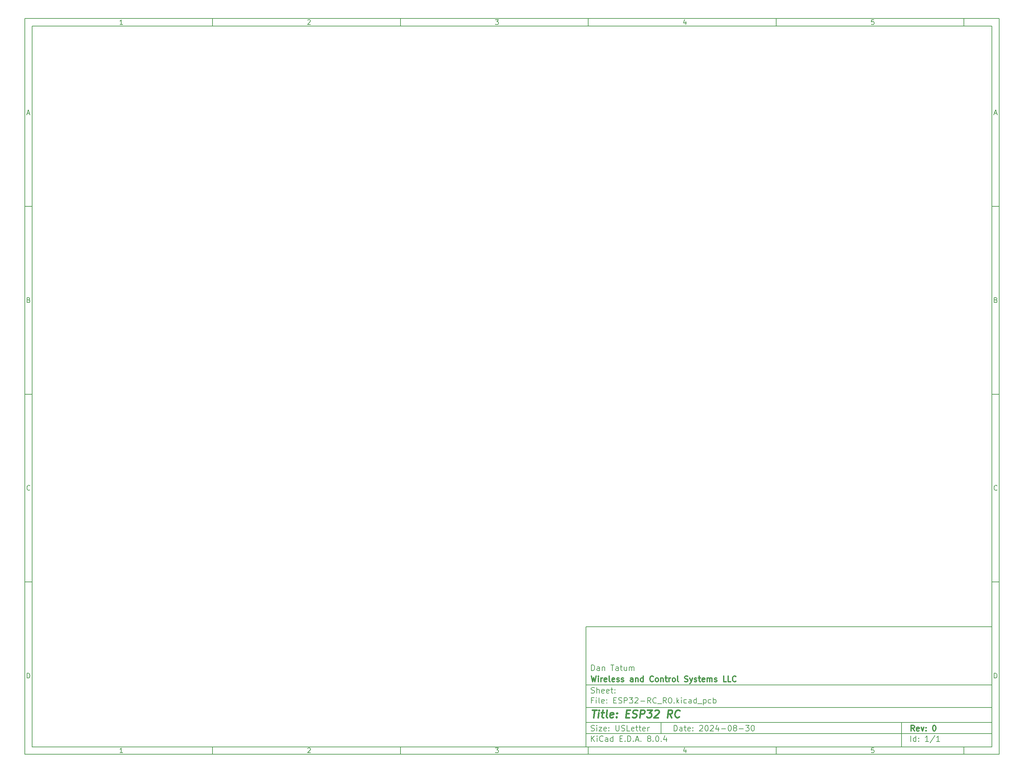
<source format=gbp>
%TF.GenerationSoftware,KiCad,Pcbnew,8.0.4*%
%TF.CreationDate,2024-09-05T11:58:49-04:00*%
%TF.ProjectId,ESP32-RC_R0,45535033-322d-4524-935f-52302e6b6963,0*%
%TF.SameCoordinates,PX6dbb4f0PY6d3f490*%
%TF.FileFunction,Paste,Bot*%
%TF.FilePolarity,Positive*%
%FSLAX46Y46*%
G04 Gerber Fmt 4.6, Leading zero omitted, Abs format (unit mm)*
G04 Created by KiCad (PCBNEW 8.0.4) date 2024-09-05 11:58:49*
%MOMM*%
%LPD*%
G01*
G04 APERTURE LIST*
%ADD10C,0.100000*%
%ADD11C,0.150000*%
%ADD12C,0.300000*%
%ADD13C,0.400000*%
G04 APERTURE END LIST*
D10*
D11*
X44338000Y-57346000D02*
X152338000Y-57346000D01*
X152338000Y-89346000D01*
X44338000Y-89346000D01*
X44338000Y-57346000D01*
D10*
D11*
X-105062000Y104554000D02*
X154338000Y104554000D01*
X154338000Y-91346000D01*
X-105062000Y-91346000D01*
X-105062000Y104554000D01*
D10*
D11*
X-103062000Y102554000D02*
X152338000Y102554000D01*
X152338000Y-89346000D01*
X-103062000Y-89346000D01*
X-103062000Y102554000D01*
D10*
D11*
X-55062000Y102554000D02*
X-55062000Y104554000D01*
D10*
D11*
X-5062000Y102554000D02*
X-5062000Y104554000D01*
D10*
D11*
X44938000Y102554000D02*
X44938000Y104554000D01*
D10*
D11*
X94938000Y102554000D02*
X94938000Y104554000D01*
D10*
D11*
X144938000Y102554000D02*
X144938000Y104554000D01*
D10*
D11*
X-78972840Y102960396D02*
X-79715697Y102960396D01*
X-79344269Y102960396D02*
X-79344269Y104260396D01*
X-79344269Y104260396D02*
X-79468078Y104074681D01*
X-79468078Y104074681D02*
X-79591888Y103950872D01*
X-79591888Y103950872D02*
X-79715697Y103888967D01*
D10*
D11*
X-29715697Y104136586D02*
X-29653793Y104198491D01*
X-29653793Y104198491D02*
X-29529983Y104260396D01*
X-29529983Y104260396D02*
X-29220459Y104260396D01*
X-29220459Y104260396D02*
X-29096650Y104198491D01*
X-29096650Y104198491D02*
X-29034745Y104136586D01*
X-29034745Y104136586D02*
X-28972840Y104012777D01*
X-28972840Y104012777D02*
X-28972840Y103888967D01*
X-28972840Y103888967D02*
X-29034745Y103703253D01*
X-29034745Y103703253D02*
X-29777602Y102960396D01*
X-29777602Y102960396D02*
X-28972840Y102960396D01*
D10*
D11*
X20222398Y104260396D02*
X21027160Y104260396D01*
X21027160Y104260396D02*
X20593826Y103765158D01*
X20593826Y103765158D02*
X20779541Y103765158D01*
X20779541Y103765158D02*
X20903350Y103703253D01*
X20903350Y103703253D02*
X20965255Y103641348D01*
X20965255Y103641348D02*
X21027160Y103517539D01*
X21027160Y103517539D02*
X21027160Y103208015D01*
X21027160Y103208015D02*
X20965255Y103084205D01*
X20965255Y103084205D02*
X20903350Y103022300D01*
X20903350Y103022300D02*
X20779541Y102960396D01*
X20779541Y102960396D02*
X20408112Y102960396D01*
X20408112Y102960396D02*
X20284303Y103022300D01*
X20284303Y103022300D02*
X20222398Y103084205D01*
D10*
D11*
X70903350Y103827062D02*
X70903350Y102960396D01*
X70593826Y104322300D02*
X70284303Y103393729D01*
X70284303Y103393729D02*
X71089064Y103393729D01*
D10*
D11*
X120965255Y104260396D02*
X120346207Y104260396D01*
X120346207Y104260396D02*
X120284303Y103641348D01*
X120284303Y103641348D02*
X120346207Y103703253D01*
X120346207Y103703253D02*
X120470017Y103765158D01*
X120470017Y103765158D02*
X120779541Y103765158D01*
X120779541Y103765158D02*
X120903350Y103703253D01*
X120903350Y103703253D02*
X120965255Y103641348D01*
X120965255Y103641348D02*
X121027160Y103517539D01*
X121027160Y103517539D02*
X121027160Y103208015D01*
X121027160Y103208015D02*
X120965255Y103084205D01*
X120965255Y103084205D02*
X120903350Y103022300D01*
X120903350Y103022300D02*
X120779541Y102960396D01*
X120779541Y102960396D02*
X120470017Y102960396D01*
X120470017Y102960396D02*
X120346207Y103022300D01*
X120346207Y103022300D02*
X120284303Y103084205D01*
D10*
D11*
X-55062000Y-89346000D02*
X-55062000Y-91346000D01*
D10*
D11*
X-5062000Y-89346000D02*
X-5062000Y-91346000D01*
D10*
D11*
X44938000Y-89346000D02*
X44938000Y-91346000D01*
D10*
D11*
X94938000Y-89346000D02*
X94938000Y-91346000D01*
D10*
D11*
X144938000Y-89346000D02*
X144938000Y-91346000D01*
D10*
D11*
X-78972840Y-90939604D02*
X-79715697Y-90939604D01*
X-79344269Y-90939604D02*
X-79344269Y-89639604D01*
X-79344269Y-89639604D02*
X-79468078Y-89825319D01*
X-79468078Y-89825319D02*
X-79591888Y-89949128D01*
X-79591888Y-89949128D02*
X-79715697Y-90011033D01*
D10*
D11*
X-29715697Y-89763414D02*
X-29653793Y-89701509D01*
X-29653793Y-89701509D02*
X-29529983Y-89639604D01*
X-29529983Y-89639604D02*
X-29220459Y-89639604D01*
X-29220459Y-89639604D02*
X-29096650Y-89701509D01*
X-29096650Y-89701509D02*
X-29034745Y-89763414D01*
X-29034745Y-89763414D02*
X-28972840Y-89887223D01*
X-28972840Y-89887223D02*
X-28972840Y-90011033D01*
X-28972840Y-90011033D02*
X-29034745Y-90196747D01*
X-29034745Y-90196747D02*
X-29777602Y-90939604D01*
X-29777602Y-90939604D02*
X-28972840Y-90939604D01*
D10*
D11*
X20222398Y-89639604D02*
X21027160Y-89639604D01*
X21027160Y-89639604D02*
X20593826Y-90134842D01*
X20593826Y-90134842D02*
X20779541Y-90134842D01*
X20779541Y-90134842D02*
X20903350Y-90196747D01*
X20903350Y-90196747D02*
X20965255Y-90258652D01*
X20965255Y-90258652D02*
X21027160Y-90382461D01*
X21027160Y-90382461D02*
X21027160Y-90691985D01*
X21027160Y-90691985D02*
X20965255Y-90815795D01*
X20965255Y-90815795D02*
X20903350Y-90877700D01*
X20903350Y-90877700D02*
X20779541Y-90939604D01*
X20779541Y-90939604D02*
X20408112Y-90939604D01*
X20408112Y-90939604D02*
X20284303Y-90877700D01*
X20284303Y-90877700D02*
X20222398Y-90815795D01*
D10*
D11*
X70903350Y-90072938D02*
X70903350Y-90939604D01*
X70593826Y-89577700D02*
X70284303Y-90506271D01*
X70284303Y-90506271D02*
X71089064Y-90506271D01*
D10*
D11*
X120965255Y-89639604D02*
X120346207Y-89639604D01*
X120346207Y-89639604D02*
X120284303Y-90258652D01*
X120284303Y-90258652D02*
X120346207Y-90196747D01*
X120346207Y-90196747D02*
X120470017Y-90134842D01*
X120470017Y-90134842D02*
X120779541Y-90134842D01*
X120779541Y-90134842D02*
X120903350Y-90196747D01*
X120903350Y-90196747D02*
X120965255Y-90258652D01*
X120965255Y-90258652D02*
X121027160Y-90382461D01*
X121027160Y-90382461D02*
X121027160Y-90691985D01*
X121027160Y-90691985D02*
X120965255Y-90815795D01*
X120965255Y-90815795D02*
X120903350Y-90877700D01*
X120903350Y-90877700D02*
X120779541Y-90939604D01*
X120779541Y-90939604D02*
X120470017Y-90939604D01*
X120470017Y-90939604D02*
X120346207Y-90877700D01*
X120346207Y-90877700D02*
X120284303Y-90815795D01*
D10*
D11*
X-105062000Y54554000D02*
X-103062000Y54554000D01*
D10*
D11*
X-105062000Y4554000D02*
X-103062000Y4554000D01*
D10*
D11*
X-105062000Y-45446000D02*
X-103062000Y-45446000D01*
D10*
D11*
X-104371524Y79331824D02*
X-103752477Y79331824D01*
X-104495334Y78960396D02*
X-104062001Y80260396D01*
X-104062001Y80260396D02*
X-103628667Y78960396D01*
D10*
D11*
X-103969143Y29641348D02*
X-103783429Y29579443D01*
X-103783429Y29579443D02*
X-103721524Y29517539D01*
X-103721524Y29517539D02*
X-103659620Y29393729D01*
X-103659620Y29393729D02*
X-103659620Y29208015D01*
X-103659620Y29208015D02*
X-103721524Y29084205D01*
X-103721524Y29084205D02*
X-103783429Y29022300D01*
X-103783429Y29022300D02*
X-103907239Y28960396D01*
X-103907239Y28960396D02*
X-104402477Y28960396D01*
X-104402477Y28960396D02*
X-104402477Y30260396D01*
X-104402477Y30260396D02*
X-103969143Y30260396D01*
X-103969143Y30260396D02*
X-103845334Y30198491D01*
X-103845334Y30198491D02*
X-103783429Y30136586D01*
X-103783429Y30136586D02*
X-103721524Y30012777D01*
X-103721524Y30012777D02*
X-103721524Y29888967D01*
X-103721524Y29888967D02*
X-103783429Y29765158D01*
X-103783429Y29765158D02*
X-103845334Y29703253D01*
X-103845334Y29703253D02*
X-103969143Y29641348D01*
X-103969143Y29641348D02*
X-104402477Y29641348D01*
D10*
D11*
X-103659620Y-20915795D02*
X-103721524Y-20977700D01*
X-103721524Y-20977700D02*
X-103907239Y-21039604D01*
X-103907239Y-21039604D02*
X-104031048Y-21039604D01*
X-104031048Y-21039604D02*
X-104216762Y-20977700D01*
X-104216762Y-20977700D02*
X-104340572Y-20853890D01*
X-104340572Y-20853890D02*
X-104402477Y-20730080D01*
X-104402477Y-20730080D02*
X-104464381Y-20482461D01*
X-104464381Y-20482461D02*
X-104464381Y-20296747D01*
X-104464381Y-20296747D02*
X-104402477Y-20049128D01*
X-104402477Y-20049128D02*
X-104340572Y-19925319D01*
X-104340572Y-19925319D02*
X-104216762Y-19801509D01*
X-104216762Y-19801509D02*
X-104031048Y-19739604D01*
X-104031048Y-19739604D02*
X-103907239Y-19739604D01*
X-103907239Y-19739604D02*
X-103721524Y-19801509D01*
X-103721524Y-19801509D02*
X-103659620Y-19863414D01*
D10*
D11*
X-104402477Y-71039604D02*
X-104402477Y-69739604D01*
X-104402477Y-69739604D02*
X-104092953Y-69739604D01*
X-104092953Y-69739604D02*
X-103907239Y-69801509D01*
X-103907239Y-69801509D02*
X-103783429Y-69925319D01*
X-103783429Y-69925319D02*
X-103721524Y-70049128D01*
X-103721524Y-70049128D02*
X-103659620Y-70296747D01*
X-103659620Y-70296747D02*
X-103659620Y-70482461D01*
X-103659620Y-70482461D02*
X-103721524Y-70730080D01*
X-103721524Y-70730080D02*
X-103783429Y-70853890D01*
X-103783429Y-70853890D02*
X-103907239Y-70977700D01*
X-103907239Y-70977700D02*
X-104092953Y-71039604D01*
X-104092953Y-71039604D02*
X-104402477Y-71039604D01*
D10*
D11*
X154338000Y54554000D02*
X152338000Y54554000D01*
D10*
D11*
X154338000Y4554000D02*
X152338000Y4554000D01*
D10*
D11*
X154338000Y-45446000D02*
X152338000Y-45446000D01*
D10*
D11*
X153028476Y79331824D02*
X153647523Y79331824D01*
X152904666Y78960396D02*
X153337999Y80260396D01*
X153337999Y80260396D02*
X153771333Y78960396D01*
D10*
D11*
X153430857Y29641348D02*
X153616571Y29579443D01*
X153616571Y29579443D02*
X153678476Y29517539D01*
X153678476Y29517539D02*
X153740380Y29393729D01*
X153740380Y29393729D02*
X153740380Y29208015D01*
X153740380Y29208015D02*
X153678476Y29084205D01*
X153678476Y29084205D02*
X153616571Y29022300D01*
X153616571Y29022300D02*
X153492761Y28960396D01*
X153492761Y28960396D02*
X152997523Y28960396D01*
X152997523Y28960396D02*
X152997523Y30260396D01*
X152997523Y30260396D02*
X153430857Y30260396D01*
X153430857Y30260396D02*
X153554666Y30198491D01*
X153554666Y30198491D02*
X153616571Y30136586D01*
X153616571Y30136586D02*
X153678476Y30012777D01*
X153678476Y30012777D02*
X153678476Y29888967D01*
X153678476Y29888967D02*
X153616571Y29765158D01*
X153616571Y29765158D02*
X153554666Y29703253D01*
X153554666Y29703253D02*
X153430857Y29641348D01*
X153430857Y29641348D02*
X152997523Y29641348D01*
D10*
D11*
X153740380Y-20915795D02*
X153678476Y-20977700D01*
X153678476Y-20977700D02*
X153492761Y-21039604D01*
X153492761Y-21039604D02*
X153368952Y-21039604D01*
X153368952Y-21039604D02*
X153183238Y-20977700D01*
X153183238Y-20977700D02*
X153059428Y-20853890D01*
X153059428Y-20853890D02*
X152997523Y-20730080D01*
X152997523Y-20730080D02*
X152935619Y-20482461D01*
X152935619Y-20482461D02*
X152935619Y-20296747D01*
X152935619Y-20296747D02*
X152997523Y-20049128D01*
X152997523Y-20049128D02*
X153059428Y-19925319D01*
X153059428Y-19925319D02*
X153183238Y-19801509D01*
X153183238Y-19801509D02*
X153368952Y-19739604D01*
X153368952Y-19739604D02*
X153492761Y-19739604D01*
X153492761Y-19739604D02*
X153678476Y-19801509D01*
X153678476Y-19801509D02*
X153740380Y-19863414D01*
D10*
D11*
X152997523Y-71039604D02*
X152997523Y-69739604D01*
X152997523Y-69739604D02*
X153307047Y-69739604D01*
X153307047Y-69739604D02*
X153492761Y-69801509D01*
X153492761Y-69801509D02*
X153616571Y-69925319D01*
X153616571Y-69925319D02*
X153678476Y-70049128D01*
X153678476Y-70049128D02*
X153740380Y-70296747D01*
X153740380Y-70296747D02*
X153740380Y-70482461D01*
X153740380Y-70482461D02*
X153678476Y-70730080D01*
X153678476Y-70730080D02*
X153616571Y-70853890D01*
X153616571Y-70853890D02*
X153492761Y-70977700D01*
X153492761Y-70977700D02*
X153307047Y-71039604D01*
X153307047Y-71039604D02*
X152997523Y-71039604D01*
D10*
D11*
X67793826Y-85132128D02*
X67793826Y-83632128D01*
X67793826Y-83632128D02*
X68150969Y-83632128D01*
X68150969Y-83632128D02*
X68365255Y-83703557D01*
X68365255Y-83703557D02*
X68508112Y-83846414D01*
X68508112Y-83846414D02*
X68579541Y-83989271D01*
X68579541Y-83989271D02*
X68650969Y-84274985D01*
X68650969Y-84274985D02*
X68650969Y-84489271D01*
X68650969Y-84489271D02*
X68579541Y-84774985D01*
X68579541Y-84774985D02*
X68508112Y-84917842D01*
X68508112Y-84917842D02*
X68365255Y-85060700D01*
X68365255Y-85060700D02*
X68150969Y-85132128D01*
X68150969Y-85132128D02*
X67793826Y-85132128D01*
X69936684Y-85132128D02*
X69936684Y-84346414D01*
X69936684Y-84346414D02*
X69865255Y-84203557D01*
X69865255Y-84203557D02*
X69722398Y-84132128D01*
X69722398Y-84132128D02*
X69436684Y-84132128D01*
X69436684Y-84132128D02*
X69293826Y-84203557D01*
X69936684Y-85060700D02*
X69793826Y-85132128D01*
X69793826Y-85132128D02*
X69436684Y-85132128D01*
X69436684Y-85132128D02*
X69293826Y-85060700D01*
X69293826Y-85060700D02*
X69222398Y-84917842D01*
X69222398Y-84917842D02*
X69222398Y-84774985D01*
X69222398Y-84774985D02*
X69293826Y-84632128D01*
X69293826Y-84632128D02*
X69436684Y-84560700D01*
X69436684Y-84560700D02*
X69793826Y-84560700D01*
X69793826Y-84560700D02*
X69936684Y-84489271D01*
X70436684Y-84132128D02*
X71008112Y-84132128D01*
X70650969Y-83632128D02*
X70650969Y-84917842D01*
X70650969Y-84917842D02*
X70722398Y-85060700D01*
X70722398Y-85060700D02*
X70865255Y-85132128D01*
X70865255Y-85132128D02*
X71008112Y-85132128D01*
X72079541Y-85060700D02*
X71936684Y-85132128D01*
X71936684Y-85132128D02*
X71650970Y-85132128D01*
X71650970Y-85132128D02*
X71508112Y-85060700D01*
X71508112Y-85060700D02*
X71436684Y-84917842D01*
X71436684Y-84917842D02*
X71436684Y-84346414D01*
X71436684Y-84346414D02*
X71508112Y-84203557D01*
X71508112Y-84203557D02*
X71650970Y-84132128D01*
X71650970Y-84132128D02*
X71936684Y-84132128D01*
X71936684Y-84132128D02*
X72079541Y-84203557D01*
X72079541Y-84203557D02*
X72150970Y-84346414D01*
X72150970Y-84346414D02*
X72150970Y-84489271D01*
X72150970Y-84489271D02*
X71436684Y-84632128D01*
X72793826Y-84989271D02*
X72865255Y-85060700D01*
X72865255Y-85060700D02*
X72793826Y-85132128D01*
X72793826Y-85132128D02*
X72722398Y-85060700D01*
X72722398Y-85060700D02*
X72793826Y-84989271D01*
X72793826Y-84989271D02*
X72793826Y-85132128D01*
X72793826Y-84203557D02*
X72865255Y-84274985D01*
X72865255Y-84274985D02*
X72793826Y-84346414D01*
X72793826Y-84346414D02*
X72722398Y-84274985D01*
X72722398Y-84274985D02*
X72793826Y-84203557D01*
X72793826Y-84203557D02*
X72793826Y-84346414D01*
X74579541Y-83774985D02*
X74650969Y-83703557D01*
X74650969Y-83703557D02*
X74793827Y-83632128D01*
X74793827Y-83632128D02*
X75150969Y-83632128D01*
X75150969Y-83632128D02*
X75293827Y-83703557D01*
X75293827Y-83703557D02*
X75365255Y-83774985D01*
X75365255Y-83774985D02*
X75436684Y-83917842D01*
X75436684Y-83917842D02*
X75436684Y-84060700D01*
X75436684Y-84060700D02*
X75365255Y-84274985D01*
X75365255Y-84274985D02*
X74508112Y-85132128D01*
X74508112Y-85132128D02*
X75436684Y-85132128D01*
X76365255Y-83632128D02*
X76508112Y-83632128D01*
X76508112Y-83632128D02*
X76650969Y-83703557D01*
X76650969Y-83703557D02*
X76722398Y-83774985D01*
X76722398Y-83774985D02*
X76793826Y-83917842D01*
X76793826Y-83917842D02*
X76865255Y-84203557D01*
X76865255Y-84203557D02*
X76865255Y-84560700D01*
X76865255Y-84560700D02*
X76793826Y-84846414D01*
X76793826Y-84846414D02*
X76722398Y-84989271D01*
X76722398Y-84989271D02*
X76650969Y-85060700D01*
X76650969Y-85060700D02*
X76508112Y-85132128D01*
X76508112Y-85132128D02*
X76365255Y-85132128D01*
X76365255Y-85132128D02*
X76222398Y-85060700D01*
X76222398Y-85060700D02*
X76150969Y-84989271D01*
X76150969Y-84989271D02*
X76079540Y-84846414D01*
X76079540Y-84846414D02*
X76008112Y-84560700D01*
X76008112Y-84560700D02*
X76008112Y-84203557D01*
X76008112Y-84203557D02*
X76079540Y-83917842D01*
X76079540Y-83917842D02*
X76150969Y-83774985D01*
X76150969Y-83774985D02*
X76222398Y-83703557D01*
X76222398Y-83703557D02*
X76365255Y-83632128D01*
X77436683Y-83774985D02*
X77508111Y-83703557D01*
X77508111Y-83703557D02*
X77650969Y-83632128D01*
X77650969Y-83632128D02*
X78008111Y-83632128D01*
X78008111Y-83632128D02*
X78150969Y-83703557D01*
X78150969Y-83703557D02*
X78222397Y-83774985D01*
X78222397Y-83774985D02*
X78293826Y-83917842D01*
X78293826Y-83917842D02*
X78293826Y-84060700D01*
X78293826Y-84060700D02*
X78222397Y-84274985D01*
X78222397Y-84274985D02*
X77365254Y-85132128D01*
X77365254Y-85132128D02*
X78293826Y-85132128D01*
X79579540Y-84132128D02*
X79579540Y-85132128D01*
X79222397Y-83560700D02*
X78865254Y-84632128D01*
X78865254Y-84632128D02*
X79793825Y-84632128D01*
X80365253Y-84560700D02*
X81508111Y-84560700D01*
X82508111Y-83632128D02*
X82650968Y-83632128D01*
X82650968Y-83632128D02*
X82793825Y-83703557D01*
X82793825Y-83703557D02*
X82865254Y-83774985D01*
X82865254Y-83774985D02*
X82936682Y-83917842D01*
X82936682Y-83917842D02*
X83008111Y-84203557D01*
X83008111Y-84203557D02*
X83008111Y-84560700D01*
X83008111Y-84560700D02*
X82936682Y-84846414D01*
X82936682Y-84846414D02*
X82865254Y-84989271D01*
X82865254Y-84989271D02*
X82793825Y-85060700D01*
X82793825Y-85060700D02*
X82650968Y-85132128D01*
X82650968Y-85132128D02*
X82508111Y-85132128D01*
X82508111Y-85132128D02*
X82365254Y-85060700D01*
X82365254Y-85060700D02*
X82293825Y-84989271D01*
X82293825Y-84989271D02*
X82222396Y-84846414D01*
X82222396Y-84846414D02*
X82150968Y-84560700D01*
X82150968Y-84560700D02*
X82150968Y-84203557D01*
X82150968Y-84203557D02*
X82222396Y-83917842D01*
X82222396Y-83917842D02*
X82293825Y-83774985D01*
X82293825Y-83774985D02*
X82365254Y-83703557D01*
X82365254Y-83703557D02*
X82508111Y-83632128D01*
X83865253Y-84274985D02*
X83722396Y-84203557D01*
X83722396Y-84203557D02*
X83650967Y-84132128D01*
X83650967Y-84132128D02*
X83579539Y-83989271D01*
X83579539Y-83989271D02*
X83579539Y-83917842D01*
X83579539Y-83917842D02*
X83650967Y-83774985D01*
X83650967Y-83774985D02*
X83722396Y-83703557D01*
X83722396Y-83703557D02*
X83865253Y-83632128D01*
X83865253Y-83632128D02*
X84150967Y-83632128D01*
X84150967Y-83632128D02*
X84293825Y-83703557D01*
X84293825Y-83703557D02*
X84365253Y-83774985D01*
X84365253Y-83774985D02*
X84436682Y-83917842D01*
X84436682Y-83917842D02*
X84436682Y-83989271D01*
X84436682Y-83989271D02*
X84365253Y-84132128D01*
X84365253Y-84132128D02*
X84293825Y-84203557D01*
X84293825Y-84203557D02*
X84150967Y-84274985D01*
X84150967Y-84274985D02*
X83865253Y-84274985D01*
X83865253Y-84274985D02*
X83722396Y-84346414D01*
X83722396Y-84346414D02*
X83650967Y-84417842D01*
X83650967Y-84417842D02*
X83579539Y-84560700D01*
X83579539Y-84560700D02*
X83579539Y-84846414D01*
X83579539Y-84846414D02*
X83650967Y-84989271D01*
X83650967Y-84989271D02*
X83722396Y-85060700D01*
X83722396Y-85060700D02*
X83865253Y-85132128D01*
X83865253Y-85132128D02*
X84150967Y-85132128D01*
X84150967Y-85132128D02*
X84293825Y-85060700D01*
X84293825Y-85060700D02*
X84365253Y-84989271D01*
X84365253Y-84989271D02*
X84436682Y-84846414D01*
X84436682Y-84846414D02*
X84436682Y-84560700D01*
X84436682Y-84560700D02*
X84365253Y-84417842D01*
X84365253Y-84417842D02*
X84293825Y-84346414D01*
X84293825Y-84346414D02*
X84150967Y-84274985D01*
X85079538Y-84560700D02*
X86222396Y-84560700D01*
X86793824Y-83632128D02*
X87722396Y-83632128D01*
X87722396Y-83632128D02*
X87222396Y-84203557D01*
X87222396Y-84203557D02*
X87436681Y-84203557D01*
X87436681Y-84203557D02*
X87579539Y-84274985D01*
X87579539Y-84274985D02*
X87650967Y-84346414D01*
X87650967Y-84346414D02*
X87722396Y-84489271D01*
X87722396Y-84489271D02*
X87722396Y-84846414D01*
X87722396Y-84846414D02*
X87650967Y-84989271D01*
X87650967Y-84989271D02*
X87579539Y-85060700D01*
X87579539Y-85060700D02*
X87436681Y-85132128D01*
X87436681Y-85132128D02*
X87008110Y-85132128D01*
X87008110Y-85132128D02*
X86865253Y-85060700D01*
X86865253Y-85060700D02*
X86793824Y-84989271D01*
X88650967Y-83632128D02*
X88793824Y-83632128D01*
X88793824Y-83632128D02*
X88936681Y-83703557D01*
X88936681Y-83703557D02*
X89008110Y-83774985D01*
X89008110Y-83774985D02*
X89079538Y-83917842D01*
X89079538Y-83917842D02*
X89150967Y-84203557D01*
X89150967Y-84203557D02*
X89150967Y-84560700D01*
X89150967Y-84560700D02*
X89079538Y-84846414D01*
X89079538Y-84846414D02*
X89008110Y-84989271D01*
X89008110Y-84989271D02*
X88936681Y-85060700D01*
X88936681Y-85060700D02*
X88793824Y-85132128D01*
X88793824Y-85132128D02*
X88650967Y-85132128D01*
X88650967Y-85132128D02*
X88508110Y-85060700D01*
X88508110Y-85060700D02*
X88436681Y-84989271D01*
X88436681Y-84989271D02*
X88365252Y-84846414D01*
X88365252Y-84846414D02*
X88293824Y-84560700D01*
X88293824Y-84560700D02*
X88293824Y-84203557D01*
X88293824Y-84203557D02*
X88365252Y-83917842D01*
X88365252Y-83917842D02*
X88436681Y-83774985D01*
X88436681Y-83774985D02*
X88508110Y-83703557D01*
X88508110Y-83703557D02*
X88650967Y-83632128D01*
D10*
D11*
X44338000Y-85846000D02*
X152338000Y-85846000D01*
D10*
D11*
X45793826Y-87932128D02*
X45793826Y-86432128D01*
X46650969Y-87932128D02*
X46008112Y-87074985D01*
X46650969Y-86432128D02*
X45793826Y-87289271D01*
X47293826Y-87932128D02*
X47293826Y-86932128D01*
X47293826Y-86432128D02*
X47222398Y-86503557D01*
X47222398Y-86503557D02*
X47293826Y-86574985D01*
X47293826Y-86574985D02*
X47365255Y-86503557D01*
X47365255Y-86503557D02*
X47293826Y-86432128D01*
X47293826Y-86432128D02*
X47293826Y-86574985D01*
X48865255Y-87789271D02*
X48793827Y-87860700D01*
X48793827Y-87860700D02*
X48579541Y-87932128D01*
X48579541Y-87932128D02*
X48436684Y-87932128D01*
X48436684Y-87932128D02*
X48222398Y-87860700D01*
X48222398Y-87860700D02*
X48079541Y-87717842D01*
X48079541Y-87717842D02*
X48008112Y-87574985D01*
X48008112Y-87574985D02*
X47936684Y-87289271D01*
X47936684Y-87289271D02*
X47936684Y-87074985D01*
X47936684Y-87074985D02*
X48008112Y-86789271D01*
X48008112Y-86789271D02*
X48079541Y-86646414D01*
X48079541Y-86646414D02*
X48222398Y-86503557D01*
X48222398Y-86503557D02*
X48436684Y-86432128D01*
X48436684Y-86432128D02*
X48579541Y-86432128D01*
X48579541Y-86432128D02*
X48793827Y-86503557D01*
X48793827Y-86503557D02*
X48865255Y-86574985D01*
X50150970Y-87932128D02*
X50150970Y-87146414D01*
X50150970Y-87146414D02*
X50079541Y-87003557D01*
X50079541Y-87003557D02*
X49936684Y-86932128D01*
X49936684Y-86932128D02*
X49650970Y-86932128D01*
X49650970Y-86932128D02*
X49508112Y-87003557D01*
X50150970Y-87860700D02*
X50008112Y-87932128D01*
X50008112Y-87932128D02*
X49650970Y-87932128D01*
X49650970Y-87932128D02*
X49508112Y-87860700D01*
X49508112Y-87860700D02*
X49436684Y-87717842D01*
X49436684Y-87717842D02*
X49436684Y-87574985D01*
X49436684Y-87574985D02*
X49508112Y-87432128D01*
X49508112Y-87432128D02*
X49650970Y-87360700D01*
X49650970Y-87360700D02*
X50008112Y-87360700D01*
X50008112Y-87360700D02*
X50150970Y-87289271D01*
X51508113Y-87932128D02*
X51508113Y-86432128D01*
X51508113Y-87860700D02*
X51365255Y-87932128D01*
X51365255Y-87932128D02*
X51079541Y-87932128D01*
X51079541Y-87932128D02*
X50936684Y-87860700D01*
X50936684Y-87860700D02*
X50865255Y-87789271D01*
X50865255Y-87789271D02*
X50793827Y-87646414D01*
X50793827Y-87646414D02*
X50793827Y-87217842D01*
X50793827Y-87217842D02*
X50865255Y-87074985D01*
X50865255Y-87074985D02*
X50936684Y-87003557D01*
X50936684Y-87003557D02*
X51079541Y-86932128D01*
X51079541Y-86932128D02*
X51365255Y-86932128D01*
X51365255Y-86932128D02*
X51508113Y-87003557D01*
X53365255Y-87146414D02*
X53865255Y-87146414D01*
X54079541Y-87932128D02*
X53365255Y-87932128D01*
X53365255Y-87932128D02*
X53365255Y-86432128D01*
X53365255Y-86432128D02*
X54079541Y-86432128D01*
X54722398Y-87789271D02*
X54793827Y-87860700D01*
X54793827Y-87860700D02*
X54722398Y-87932128D01*
X54722398Y-87932128D02*
X54650970Y-87860700D01*
X54650970Y-87860700D02*
X54722398Y-87789271D01*
X54722398Y-87789271D02*
X54722398Y-87932128D01*
X55436684Y-87932128D02*
X55436684Y-86432128D01*
X55436684Y-86432128D02*
X55793827Y-86432128D01*
X55793827Y-86432128D02*
X56008113Y-86503557D01*
X56008113Y-86503557D02*
X56150970Y-86646414D01*
X56150970Y-86646414D02*
X56222399Y-86789271D01*
X56222399Y-86789271D02*
X56293827Y-87074985D01*
X56293827Y-87074985D02*
X56293827Y-87289271D01*
X56293827Y-87289271D02*
X56222399Y-87574985D01*
X56222399Y-87574985D02*
X56150970Y-87717842D01*
X56150970Y-87717842D02*
X56008113Y-87860700D01*
X56008113Y-87860700D02*
X55793827Y-87932128D01*
X55793827Y-87932128D02*
X55436684Y-87932128D01*
X56936684Y-87789271D02*
X57008113Y-87860700D01*
X57008113Y-87860700D02*
X56936684Y-87932128D01*
X56936684Y-87932128D02*
X56865256Y-87860700D01*
X56865256Y-87860700D02*
X56936684Y-87789271D01*
X56936684Y-87789271D02*
X56936684Y-87932128D01*
X57579542Y-87503557D02*
X58293828Y-87503557D01*
X57436685Y-87932128D02*
X57936685Y-86432128D01*
X57936685Y-86432128D02*
X58436685Y-87932128D01*
X58936684Y-87789271D02*
X59008113Y-87860700D01*
X59008113Y-87860700D02*
X58936684Y-87932128D01*
X58936684Y-87932128D02*
X58865256Y-87860700D01*
X58865256Y-87860700D02*
X58936684Y-87789271D01*
X58936684Y-87789271D02*
X58936684Y-87932128D01*
X61008113Y-87074985D02*
X60865256Y-87003557D01*
X60865256Y-87003557D02*
X60793827Y-86932128D01*
X60793827Y-86932128D02*
X60722399Y-86789271D01*
X60722399Y-86789271D02*
X60722399Y-86717842D01*
X60722399Y-86717842D02*
X60793827Y-86574985D01*
X60793827Y-86574985D02*
X60865256Y-86503557D01*
X60865256Y-86503557D02*
X61008113Y-86432128D01*
X61008113Y-86432128D02*
X61293827Y-86432128D01*
X61293827Y-86432128D02*
X61436685Y-86503557D01*
X61436685Y-86503557D02*
X61508113Y-86574985D01*
X61508113Y-86574985D02*
X61579542Y-86717842D01*
X61579542Y-86717842D02*
X61579542Y-86789271D01*
X61579542Y-86789271D02*
X61508113Y-86932128D01*
X61508113Y-86932128D02*
X61436685Y-87003557D01*
X61436685Y-87003557D02*
X61293827Y-87074985D01*
X61293827Y-87074985D02*
X61008113Y-87074985D01*
X61008113Y-87074985D02*
X60865256Y-87146414D01*
X60865256Y-87146414D02*
X60793827Y-87217842D01*
X60793827Y-87217842D02*
X60722399Y-87360700D01*
X60722399Y-87360700D02*
X60722399Y-87646414D01*
X60722399Y-87646414D02*
X60793827Y-87789271D01*
X60793827Y-87789271D02*
X60865256Y-87860700D01*
X60865256Y-87860700D02*
X61008113Y-87932128D01*
X61008113Y-87932128D02*
X61293827Y-87932128D01*
X61293827Y-87932128D02*
X61436685Y-87860700D01*
X61436685Y-87860700D02*
X61508113Y-87789271D01*
X61508113Y-87789271D02*
X61579542Y-87646414D01*
X61579542Y-87646414D02*
X61579542Y-87360700D01*
X61579542Y-87360700D02*
X61508113Y-87217842D01*
X61508113Y-87217842D02*
X61436685Y-87146414D01*
X61436685Y-87146414D02*
X61293827Y-87074985D01*
X62222398Y-87789271D02*
X62293827Y-87860700D01*
X62293827Y-87860700D02*
X62222398Y-87932128D01*
X62222398Y-87932128D02*
X62150970Y-87860700D01*
X62150970Y-87860700D02*
X62222398Y-87789271D01*
X62222398Y-87789271D02*
X62222398Y-87932128D01*
X63222399Y-86432128D02*
X63365256Y-86432128D01*
X63365256Y-86432128D02*
X63508113Y-86503557D01*
X63508113Y-86503557D02*
X63579542Y-86574985D01*
X63579542Y-86574985D02*
X63650970Y-86717842D01*
X63650970Y-86717842D02*
X63722399Y-87003557D01*
X63722399Y-87003557D02*
X63722399Y-87360700D01*
X63722399Y-87360700D02*
X63650970Y-87646414D01*
X63650970Y-87646414D02*
X63579542Y-87789271D01*
X63579542Y-87789271D02*
X63508113Y-87860700D01*
X63508113Y-87860700D02*
X63365256Y-87932128D01*
X63365256Y-87932128D02*
X63222399Y-87932128D01*
X63222399Y-87932128D02*
X63079542Y-87860700D01*
X63079542Y-87860700D02*
X63008113Y-87789271D01*
X63008113Y-87789271D02*
X62936684Y-87646414D01*
X62936684Y-87646414D02*
X62865256Y-87360700D01*
X62865256Y-87360700D02*
X62865256Y-87003557D01*
X62865256Y-87003557D02*
X62936684Y-86717842D01*
X62936684Y-86717842D02*
X63008113Y-86574985D01*
X63008113Y-86574985D02*
X63079542Y-86503557D01*
X63079542Y-86503557D02*
X63222399Y-86432128D01*
X64365255Y-87789271D02*
X64436684Y-87860700D01*
X64436684Y-87860700D02*
X64365255Y-87932128D01*
X64365255Y-87932128D02*
X64293827Y-87860700D01*
X64293827Y-87860700D02*
X64365255Y-87789271D01*
X64365255Y-87789271D02*
X64365255Y-87932128D01*
X65722399Y-86932128D02*
X65722399Y-87932128D01*
X65365256Y-86360700D02*
X65008113Y-87432128D01*
X65008113Y-87432128D02*
X65936684Y-87432128D01*
D10*
D11*
X44338000Y-82846000D02*
X152338000Y-82846000D01*
D10*
D12*
X131749653Y-85124328D02*
X131249653Y-84410042D01*
X130892510Y-85124328D02*
X130892510Y-83624328D01*
X130892510Y-83624328D02*
X131463939Y-83624328D01*
X131463939Y-83624328D02*
X131606796Y-83695757D01*
X131606796Y-83695757D02*
X131678225Y-83767185D01*
X131678225Y-83767185D02*
X131749653Y-83910042D01*
X131749653Y-83910042D02*
X131749653Y-84124328D01*
X131749653Y-84124328D02*
X131678225Y-84267185D01*
X131678225Y-84267185D02*
X131606796Y-84338614D01*
X131606796Y-84338614D02*
X131463939Y-84410042D01*
X131463939Y-84410042D02*
X130892510Y-84410042D01*
X132963939Y-85052900D02*
X132821082Y-85124328D01*
X132821082Y-85124328D02*
X132535368Y-85124328D01*
X132535368Y-85124328D02*
X132392510Y-85052900D01*
X132392510Y-85052900D02*
X132321082Y-84910042D01*
X132321082Y-84910042D02*
X132321082Y-84338614D01*
X132321082Y-84338614D02*
X132392510Y-84195757D01*
X132392510Y-84195757D02*
X132535368Y-84124328D01*
X132535368Y-84124328D02*
X132821082Y-84124328D01*
X132821082Y-84124328D02*
X132963939Y-84195757D01*
X132963939Y-84195757D02*
X133035368Y-84338614D01*
X133035368Y-84338614D02*
X133035368Y-84481471D01*
X133035368Y-84481471D02*
X132321082Y-84624328D01*
X133535367Y-84124328D02*
X133892510Y-85124328D01*
X133892510Y-85124328D02*
X134249653Y-84124328D01*
X134821081Y-84981471D02*
X134892510Y-85052900D01*
X134892510Y-85052900D02*
X134821081Y-85124328D01*
X134821081Y-85124328D02*
X134749653Y-85052900D01*
X134749653Y-85052900D02*
X134821081Y-84981471D01*
X134821081Y-84981471D02*
X134821081Y-85124328D01*
X134821081Y-84195757D02*
X134892510Y-84267185D01*
X134892510Y-84267185D02*
X134821081Y-84338614D01*
X134821081Y-84338614D02*
X134749653Y-84267185D01*
X134749653Y-84267185D02*
X134821081Y-84195757D01*
X134821081Y-84195757D02*
X134821081Y-84338614D01*
X136963939Y-83624328D02*
X137106796Y-83624328D01*
X137106796Y-83624328D02*
X137249653Y-83695757D01*
X137249653Y-83695757D02*
X137321082Y-83767185D01*
X137321082Y-83767185D02*
X137392510Y-83910042D01*
X137392510Y-83910042D02*
X137463939Y-84195757D01*
X137463939Y-84195757D02*
X137463939Y-84552900D01*
X137463939Y-84552900D02*
X137392510Y-84838614D01*
X137392510Y-84838614D02*
X137321082Y-84981471D01*
X137321082Y-84981471D02*
X137249653Y-85052900D01*
X137249653Y-85052900D02*
X137106796Y-85124328D01*
X137106796Y-85124328D02*
X136963939Y-85124328D01*
X136963939Y-85124328D02*
X136821082Y-85052900D01*
X136821082Y-85052900D02*
X136749653Y-84981471D01*
X136749653Y-84981471D02*
X136678224Y-84838614D01*
X136678224Y-84838614D02*
X136606796Y-84552900D01*
X136606796Y-84552900D02*
X136606796Y-84195757D01*
X136606796Y-84195757D02*
X136678224Y-83910042D01*
X136678224Y-83910042D02*
X136749653Y-83767185D01*
X136749653Y-83767185D02*
X136821082Y-83695757D01*
X136821082Y-83695757D02*
X136963939Y-83624328D01*
D10*
D11*
X45722398Y-85060700D02*
X45936684Y-85132128D01*
X45936684Y-85132128D02*
X46293826Y-85132128D01*
X46293826Y-85132128D02*
X46436684Y-85060700D01*
X46436684Y-85060700D02*
X46508112Y-84989271D01*
X46508112Y-84989271D02*
X46579541Y-84846414D01*
X46579541Y-84846414D02*
X46579541Y-84703557D01*
X46579541Y-84703557D02*
X46508112Y-84560700D01*
X46508112Y-84560700D02*
X46436684Y-84489271D01*
X46436684Y-84489271D02*
X46293826Y-84417842D01*
X46293826Y-84417842D02*
X46008112Y-84346414D01*
X46008112Y-84346414D02*
X45865255Y-84274985D01*
X45865255Y-84274985D02*
X45793826Y-84203557D01*
X45793826Y-84203557D02*
X45722398Y-84060700D01*
X45722398Y-84060700D02*
X45722398Y-83917842D01*
X45722398Y-83917842D02*
X45793826Y-83774985D01*
X45793826Y-83774985D02*
X45865255Y-83703557D01*
X45865255Y-83703557D02*
X46008112Y-83632128D01*
X46008112Y-83632128D02*
X46365255Y-83632128D01*
X46365255Y-83632128D02*
X46579541Y-83703557D01*
X47222397Y-85132128D02*
X47222397Y-84132128D01*
X47222397Y-83632128D02*
X47150969Y-83703557D01*
X47150969Y-83703557D02*
X47222397Y-83774985D01*
X47222397Y-83774985D02*
X47293826Y-83703557D01*
X47293826Y-83703557D02*
X47222397Y-83632128D01*
X47222397Y-83632128D02*
X47222397Y-83774985D01*
X47793826Y-84132128D02*
X48579541Y-84132128D01*
X48579541Y-84132128D02*
X47793826Y-85132128D01*
X47793826Y-85132128D02*
X48579541Y-85132128D01*
X49722398Y-85060700D02*
X49579541Y-85132128D01*
X49579541Y-85132128D02*
X49293827Y-85132128D01*
X49293827Y-85132128D02*
X49150969Y-85060700D01*
X49150969Y-85060700D02*
X49079541Y-84917842D01*
X49079541Y-84917842D02*
X49079541Y-84346414D01*
X49079541Y-84346414D02*
X49150969Y-84203557D01*
X49150969Y-84203557D02*
X49293827Y-84132128D01*
X49293827Y-84132128D02*
X49579541Y-84132128D01*
X49579541Y-84132128D02*
X49722398Y-84203557D01*
X49722398Y-84203557D02*
X49793827Y-84346414D01*
X49793827Y-84346414D02*
X49793827Y-84489271D01*
X49793827Y-84489271D02*
X49079541Y-84632128D01*
X50436683Y-84989271D02*
X50508112Y-85060700D01*
X50508112Y-85060700D02*
X50436683Y-85132128D01*
X50436683Y-85132128D02*
X50365255Y-85060700D01*
X50365255Y-85060700D02*
X50436683Y-84989271D01*
X50436683Y-84989271D02*
X50436683Y-85132128D01*
X50436683Y-84203557D02*
X50508112Y-84274985D01*
X50508112Y-84274985D02*
X50436683Y-84346414D01*
X50436683Y-84346414D02*
X50365255Y-84274985D01*
X50365255Y-84274985D02*
X50436683Y-84203557D01*
X50436683Y-84203557D02*
X50436683Y-84346414D01*
X52293826Y-83632128D02*
X52293826Y-84846414D01*
X52293826Y-84846414D02*
X52365255Y-84989271D01*
X52365255Y-84989271D02*
X52436684Y-85060700D01*
X52436684Y-85060700D02*
X52579541Y-85132128D01*
X52579541Y-85132128D02*
X52865255Y-85132128D01*
X52865255Y-85132128D02*
X53008112Y-85060700D01*
X53008112Y-85060700D02*
X53079541Y-84989271D01*
X53079541Y-84989271D02*
X53150969Y-84846414D01*
X53150969Y-84846414D02*
X53150969Y-83632128D01*
X53793827Y-85060700D02*
X54008113Y-85132128D01*
X54008113Y-85132128D02*
X54365255Y-85132128D01*
X54365255Y-85132128D02*
X54508113Y-85060700D01*
X54508113Y-85060700D02*
X54579541Y-84989271D01*
X54579541Y-84989271D02*
X54650970Y-84846414D01*
X54650970Y-84846414D02*
X54650970Y-84703557D01*
X54650970Y-84703557D02*
X54579541Y-84560700D01*
X54579541Y-84560700D02*
X54508113Y-84489271D01*
X54508113Y-84489271D02*
X54365255Y-84417842D01*
X54365255Y-84417842D02*
X54079541Y-84346414D01*
X54079541Y-84346414D02*
X53936684Y-84274985D01*
X53936684Y-84274985D02*
X53865255Y-84203557D01*
X53865255Y-84203557D02*
X53793827Y-84060700D01*
X53793827Y-84060700D02*
X53793827Y-83917842D01*
X53793827Y-83917842D02*
X53865255Y-83774985D01*
X53865255Y-83774985D02*
X53936684Y-83703557D01*
X53936684Y-83703557D02*
X54079541Y-83632128D01*
X54079541Y-83632128D02*
X54436684Y-83632128D01*
X54436684Y-83632128D02*
X54650970Y-83703557D01*
X56008112Y-85132128D02*
X55293826Y-85132128D01*
X55293826Y-85132128D02*
X55293826Y-83632128D01*
X57079541Y-85060700D02*
X56936684Y-85132128D01*
X56936684Y-85132128D02*
X56650970Y-85132128D01*
X56650970Y-85132128D02*
X56508112Y-85060700D01*
X56508112Y-85060700D02*
X56436684Y-84917842D01*
X56436684Y-84917842D02*
X56436684Y-84346414D01*
X56436684Y-84346414D02*
X56508112Y-84203557D01*
X56508112Y-84203557D02*
X56650970Y-84132128D01*
X56650970Y-84132128D02*
X56936684Y-84132128D01*
X56936684Y-84132128D02*
X57079541Y-84203557D01*
X57079541Y-84203557D02*
X57150970Y-84346414D01*
X57150970Y-84346414D02*
X57150970Y-84489271D01*
X57150970Y-84489271D02*
X56436684Y-84632128D01*
X57579541Y-84132128D02*
X58150969Y-84132128D01*
X57793826Y-83632128D02*
X57793826Y-84917842D01*
X57793826Y-84917842D02*
X57865255Y-85060700D01*
X57865255Y-85060700D02*
X58008112Y-85132128D01*
X58008112Y-85132128D02*
X58150969Y-85132128D01*
X58436684Y-84132128D02*
X59008112Y-84132128D01*
X58650969Y-83632128D02*
X58650969Y-84917842D01*
X58650969Y-84917842D02*
X58722398Y-85060700D01*
X58722398Y-85060700D02*
X58865255Y-85132128D01*
X58865255Y-85132128D02*
X59008112Y-85132128D01*
X60079541Y-85060700D02*
X59936684Y-85132128D01*
X59936684Y-85132128D02*
X59650970Y-85132128D01*
X59650970Y-85132128D02*
X59508112Y-85060700D01*
X59508112Y-85060700D02*
X59436684Y-84917842D01*
X59436684Y-84917842D02*
X59436684Y-84346414D01*
X59436684Y-84346414D02*
X59508112Y-84203557D01*
X59508112Y-84203557D02*
X59650970Y-84132128D01*
X59650970Y-84132128D02*
X59936684Y-84132128D01*
X59936684Y-84132128D02*
X60079541Y-84203557D01*
X60079541Y-84203557D02*
X60150970Y-84346414D01*
X60150970Y-84346414D02*
X60150970Y-84489271D01*
X60150970Y-84489271D02*
X59436684Y-84632128D01*
X60793826Y-85132128D02*
X60793826Y-84132128D01*
X60793826Y-84417842D02*
X60865255Y-84274985D01*
X60865255Y-84274985D02*
X60936684Y-84203557D01*
X60936684Y-84203557D02*
X61079541Y-84132128D01*
X61079541Y-84132128D02*
X61222398Y-84132128D01*
D10*
D11*
X130793826Y-87932128D02*
X130793826Y-86432128D01*
X132150970Y-87932128D02*
X132150970Y-86432128D01*
X132150970Y-87860700D02*
X132008112Y-87932128D01*
X132008112Y-87932128D02*
X131722398Y-87932128D01*
X131722398Y-87932128D02*
X131579541Y-87860700D01*
X131579541Y-87860700D02*
X131508112Y-87789271D01*
X131508112Y-87789271D02*
X131436684Y-87646414D01*
X131436684Y-87646414D02*
X131436684Y-87217842D01*
X131436684Y-87217842D02*
X131508112Y-87074985D01*
X131508112Y-87074985D02*
X131579541Y-87003557D01*
X131579541Y-87003557D02*
X131722398Y-86932128D01*
X131722398Y-86932128D02*
X132008112Y-86932128D01*
X132008112Y-86932128D02*
X132150970Y-87003557D01*
X132865255Y-87789271D02*
X132936684Y-87860700D01*
X132936684Y-87860700D02*
X132865255Y-87932128D01*
X132865255Y-87932128D02*
X132793827Y-87860700D01*
X132793827Y-87860700D02*
X132865255Y-87789271D01*
X132865255Y-87789271D02*
X132865255Y-87932128D01*
X132865255Y-87003557D02*
X132936684Y-87074985D01*
X132936684Y-87074985D02*
X132865255Y-87146414D01*
X132865255Y-87146414D02*
X132793827Y-87074985D01*
X132793827Y-87074985D02*
X132865255Y-87003557D01*
X132865255Y-87003557D02*
X132865255Y-87146414D01*
X135508113Y-87932128D02*
X134650970Y-87932128D01*
X135079541Y-87932128D02*
X135079541Y-86432128D01*
X135079541Y-86432128D02*
X134936684Y-86646414D01*
X134936684Y-86646414D02*
X134793827Y-86789271D01*
X134793827Y-86789271D02*
X134650970Y-86860700D01*
X137222398Y-86360700D02*
X135936684Y-88289271D01*
X138508113Y-87932128D02*
X137650970Y-87932128D01*
X138079541Y-87932128D02*
X138079541Y-86432128D01*
X138079541Y-86432128D02*
X137936684Y-86646414D01*
X137936684Y-86646414D02*
X137793827Y-86789271D01*
X137793827Y-86789271D02*
X137650970Y-86860700D01*
D10*
D11*
X44338000Y-78846000D02*
X152338000Y-78846000D01*
D10*
D13*
X46029728Y-79550438D02*
X47172585Y-79550438D01*
X46351157Y-81550438D02*
X46601157Y-79550438D01*
X47589252Y-81550438D02*
X47755919Y-80217104D01*
X47839252Y-79550438D02*
X47732109Y-79645676D01*
X47732109Y-79645676D02*
X47815443Y-79740914D01*
X47815443Y-79740914D02*
X47922586Y-79645676D01*
X47922586Y-79645676D02*
X47839252Y-79550438D01*
X47839252Y-79550438D02*
X47815443Y-79740914D01*
X48422586Y-80217104D02*
X49184490Y-80217104D01*
X48791633Y-79550438D02*
X48577348Y-81264723D01*
X48577348Y-81264723D02*
X48648776Y-81455200D01*
X48648776Y-81455200D02*
X48827348Y-81550438D01*
X48827348Y-81550438D02*
X49017824Y-81550438D01*
X49970205Y-81550438D02*
X49791633Y-81455200D01*
X49791633Y-81455200D02*
X49720205Y-81264723D01*
X49720205Y-81264723D02*
X49934490Y-79550438D01*
X51505919Y-81455200D02*
X51303538Y-81550438D01*
X51303538Y-81550438D02*
X50922585Y-81550438D01*
X50922585Y-81550438D02*
X50744014Y-81455200D01*
X50744014Y-81455200D02*
X50672585Y-81264723D01*
X50672585Y-81264723D02*
X50767824Y-80502819D01*
X50767824Y-80502819D02*
X50886871Y-80312342D01*
X50886871Y-80312342D02*
X51089252Y-80217104D01*
X51089252Y-80217104D02*
X51470204Y-80217104D01*
X51470204Y-80217104D02*
X51648776Y-80312342D01*
X51648776Y-80312342D02*
X51720204Y-80502819D01*
X51720204Y-80502819D02*
X51696395Y-80693295D01*
X51696395Y-80693295D02*
X50720204Y-80883771D01*
X52470205Y-81359961D02*
X52553538Y-81455200D01*
X52553538Y-81455200D02*
X52446395Y-81550438D01*
X52446395Y-81550438D02*
X52363062Y-81455200D01*
X52363062Y-81455200D02*
X52470205Y-81359961D01*
X52470205Y-81359961D02*
X52446395Y-81550438D01*
X52601157Y-80312342D02*
X52684490Y-80407580D01*
X52684490Y-80407580D02*
X52577348Y-80502819D01*
X52577348Y-80502819D02*
X52494014Y-80407580D01*
X52494014Y-80407580D02*
X52601157Y-80312342D01*
X52601157Y-80312342D02*
X52577348Y-80502819D01*
X55053539Y-80502819D02*
X55720205Y-80502819D01*
X55874967Y-81550438D02*
X54922586Y-81550438D01*
X54922586Y-81550438D02*
X55172586Y-79550438D01*
X55172586Y-79550438D02*
X56124967Y-79550438D01*
X56648777Y-81455200D02*
X56922586Y-81550438D01*
X56922586Y-81550438D02*
X57398777Y-81550438D01*
X57398777Y-81550438D02*
X57601158Y-81455200D01*
X57601158Y-81455200D02*
X57708301Y-81359961D01*
X57708301Y-81359961D02*
X57827348Y-81169485D01*
X57827348Y-81169485D02*
X57851158Y-80979009D01*
X57851158Y-80979009D02*
X57779729Y-80788533D01*
X57779729Y-80788533D02*
X57696396Y-80693295D01*
X57696396Y-80693295D02*
X57517825Y-80598057D01*
X57517825Y-80598057D02*
X57148777Y-80502819D01*
X57148777Y-80502819D02*
X56970205Y-80407580D01*
X56970205Y-80407580D02*
X56886872Y-80312342D01*
X56886872Y-80312342D02*
X56815444Y-80121866D01*
X56815444Y-80121866D02*
X56839253Y-79931390D01*
X56839253Y-79931390D02*
X56958301Y-79740914D01*
X56958301Y-79740914D02*
X57065444Y-79645676D01*
X57065444Y-79645676D02*
X57267825Y-79550438D01*
X57267825Y-79550438D02*
X57744015Y-79550438D01*
X57744015Y-79550438D02*
X58017825Y-79645676D01*
X58636872Y-81550438D02*
X58886872Y-79550438D01*
X58886872Y-79550438D02*
X59648777Y-79550438D01*
X59648777Y-79550438D02*
X59827348Y-79645676D01*
X59827348Y-79645676D02*
X59910682Y-79740914D01*
X59910682Y-79740914D02*
X59982110Y-79931390D01*
X59982110Y-79931390D02*
X59946396Y-80217104D01*
X59946396Y-80217104D02*
X59827348Y-80407580D01*
X59827348Y-80407580D02*
X59720206Y-80502819D01*
X59720206Y-80502819D02*
X59517825Y-80598057D01*
X59517825Y-80598057D02*
X58755920Y-80598057D01*
X60696396Y-79550438D02*
X61934491Y-79550438D01*
X61934491Y-79550438D02*
X61172587Y-80312342D01*
X61172587Y-80312342D02*
X61458301Y-80312342D01*
X61458301Y-80312342D02*
X61636872Y-80407580D01*
X61636872Y-80407580D02*
X61720206Y-80502819D01*
X61720206Y-80502819D02*
X61791634Y-80693295D01*
X61791634Y-80693295D02*
X61732110Y-81169485D01*
X61732110Y-81169485D02*
X61613063Y-81359961D01*
X61613063Y-81359961D02*
X61505920Y-81455200D01*
X61505920Y-81455200D02*
X61303539Y-81550438D01*
X61303539Y-81550438D02*
X60732110Y-81550438D01*
X60732110Y-81550438D02*
X60553539Y-81455200D01*
X60553539Y-81455200D02*
X60470206Y-81359961D01*
X62672587Y-79740914D02*
X62779729Y-79645676D01*
X62779729Y-79645676D02*
X62982110Y-79550438D01*
X62982110Y-79550438D02*
X63458301Y-79550438D01*
X63458301Y-79550438D02*
X63636872Y-79645676D01*
X63636872Y-79645676D02*
X63720206Y-79740914D01*
X63720206Y-79740914D02*
X63791634Y-79931390D01*
X63791634Y-79931390D02*
X63767825Y-80121866D01*
X63767825Y-80121866D02*
X63636872Y-80407580D01*
X63636872Y-80407580D02*
X62351158Y-81550438D01*
X62351158Y-81550438D02*
X63589253Y-81550438D01*
X67113063Y-81550438D02*
X66565444Y-80598057D01*
X65970206Y-81550438D02*
X66220206Y-79550438D01*
X66220206Y-79550438D02*
X66982111Y-79550438D01*
X66982111Y-79550438D02*
X67160682Y-79645676D01*
X67160682Y-79645676D02*
X67244016Y-79740914D01*
X67244016Y-79740914D02*
X67315444Y-79931390D01*
X67315444Y-79931390D02*
X67279730Y-80217104D01*
X67279730Y-80217104D02*
X67160682Y-80407580D01*
X67160682Y-80407580D02*
X67053540Y-80502819D01*
X67053540Y-80502819D02*
X66851159Y-80598057D01*
X66851159Y-80598057D02*
X66089254Y-80598057D01*
X69136873Y-81359961D02*
X69029730Y-81455200D01*
X69029730Y-81455200D02*
X68732111Y-81550438D01*
X68732111Y-81550438D02*
X68541635Y-81550438D01*
X68541635Y-81550438D02*
X68267825Y-81455200D01*
X68267825Y-81455200D02*
X68101159Y-81264723D01*
X68101159Y-81264723D02*
X68029730Y-81074247D01*
X68029730Y-81074247D02*
X67982111Y-80693295D01*
X67982111Y-80693295D02*
X68017825Y-80407580D01*
X68017825Y-80407580D02*
X68160682Y-80026628D01*
X68160682Y-80026628D02*
X68279730Y-79836152D01*
X68279730Y-79836152D02*
X68494016Y-79645676D01*
X68494016Y-79645676D02*
X68791635Y-79550438D01*
X68791635Y-79550438D02*
X68982111Y-79550438D01*
X68982111Y-79550438D02*
X69255921Y-79645676D01*
X69255921Y-79645676D02*
X69339254Y-79740914D01*
D10*
D11*
X46293826Y-76946414D02*
X45793826Y-76946414D01*
X45793826Y-77732128D02*
X45793826Y-76232128D01*
X45793826Y-76232128D02*
X46508112Y-76232128D01*
X47079540Y-77732128D02*
X47079540Y-76732128D01*
X47079540Y-76232128D02*
X47008112Y-76303557D01*
X47008112Y-76303557D02*
X47079540Y-76374985D01*
X47079540Y-76374985D02*
X47150969Y-76303557D01*
X47150969Y-76303557D02*
X47079540Y-76232128D01*
X47079540Y-76232128D02*
X47079540Y-76374985D01*
X48008112Y-77732128D02*
X47865255Y-77660700D01*
X47865255Y-77660700D02*
X47793826Y-77517842D01*
X47793826Y-77517842D02*
X47793826Y-76232128D01*
X49150969Y-77660700D02*
X49008112Y-77732128D01*
X49008112Y-77732128D02*
X48722398Y-77732128D01*
X48722398Y-77732128D02*
X48579540Y-77660700D01*
X48579540Y-77660700D02*
X48508112Y-77517842D01*
X48508112Y-77517842D02*
X48508112Y-76946414D01*
X48508112Y-76946414D02*
X48579540Y-76803557D01*
X48579540Y-76803557D02*
X48722398Y-76732128D01*
X48722398Y-76732128D02*
X49008112Y-76732128D01*
X49008112Y-76732128D02*
X49150969Y-76803557D01*
X49150969Y-76803557D02*
X49222398Y-76946414D01*
X49222398Y-76946414D02*
X49222398Y-77089271D01*
X49222398Y-77089271D02*
X48508112Y-77232128D01*
X49865254Y-77589271D02*
X49936683Y-77660700D01*
X49936683Y-77660700D02*
X49865254Y-77732128D01*
X49865254Y-77732128D02*
X49793826Y-77660700D01*
X49793826Y-77660700D02*
X49865254Y-77589271D01*
X49865254Y-77589271D02*
X49865254Y-77732128D01*
X49865254Y-76803557D02*
X49936683Y-76874985D01*
X49936683Y-76874985D02*
X49865254Y-76946414D01*
X49865254Y-76946414D02*
X49793826Y-76874985D01*
X49793826Y-76874985D02*
X49865254Y-76803557D01*
X49865254Y-76803557D02*
X49865254Y-76946414D01*
X51722397Y-76946414D02*
X52222397Y-76946414D01*
X52436683Y-77732128D02*
X51722397Y-77732128D01*
X51722397Y-77732128D02*
X51722397Y-76232128D01*
X51722397Y-76232128D02*
X52436683Y-76232128D01*
X53008112Y-77660700D02*
X53222398Y-77732128D01*
X53222398Y-77732128D02*
X53579540Y-77732128D01*
X53579540Y-77732128D02*
X53722398Y-77660700D01*
X53722398Y-77660700D02*
X53793826Y-77589271D01*
X53793826Y-77589271D02*
X53865255Y-77446414D01*
X53865255Y-77446414D02*
X53865255Y-77303557D01*
X53865255Y-77303557D02*
X53793826Y-77160700D01*
X53793826Y-77160700D02*
X53722398Y-77089271D01*
X53722398Y-77089271D02*
X53579540Y-77017842D01*
X53579540Y-77017842D02*
X53293826Y-76946414D01*
X53293826Y-76946414D02*
X53150969Y-76874985D01*
X53150969Y-76874985D02*
X53079540Y-76803557D01*
X53079540Y-76803557D02*
X53008112Y-76660700D01*
X53008112Y-76660700D02*
X53008112Y-76517842D01*
X53008112Y-76517842D02*
X53079540Y-76374985D01*
X53079540Y-76374985D02*
X53150969Y-76303557D01*
X53150969Y-76303557D02*
X53293826Y-76232128D01*
X53293826Y-76232128D02*
X53650969Y-76232128D01*
X53650969Y-76232128D02*
X53865255Y-76303557D01*
X54508111Y-77732128D02*
X54508111Y-76232128D01*
X54508111Y-76232128D02*
X55079540Y-76232128D01*
X55079540Y-76232128D02*
X55222397Y-76303557D01*
X55222397Y-76303557D02*
X55293826Y-76374985D01*
X55293826Y-76374985D02*
X55365254Y-76517842D01*
X55365254Y-76517842D02*
X55365254Y-76732128D01*
X55365254Y-76732128D02*
X55293826Y-76874985D01*
X55293826Y-76874985D02*
X55222397Y-76946414D01*
X55222397Y-76946414D02*
X55079540Y-77017842D01*
X55079540Y-77017842D02*
X54508111Y-77017842D01*
X55865254Y-76232128D02*
X56793826Y-76232128D01*
X56793826Y-76232128D02*
X56293826Y-76803557D01*
X56293826Y-76803557D02*
X56508111Y-76803557D01*
X56508111Y-76803557D02*
X56650969Y-76874985D01*
X56650969Y-76874985D02*
X56722397Y-76946414D01*
X56722397Y-76946414D02*
X56793826Y-77089271D01*
X56793826Y-77089271D02*
X56793826Y-77446414D01*
X56793826Y-77446414D02*
X56722397Y-77589271D01*
X56722397Y-77589271D02*
X56650969Y-77660700D01*
X56650969Y-77660700D02*
X56508111Y-77732128D01*
X56508111Y-77732128D02*
X56079540Y-77732128D01*
X56079540Y-77732128D02*
X55936683Y-77660700D01*
X55936683Y-77660700D02*
X55865254Y-77589271D01*
X57365254Y-76374985D02*
X57436682Y-76303557D01*
X57436682Y-76303557D02*
X57579540Y-76232128D01*
X57579540Y-76232128D02*
X57936682Y-76232128D01*
X57936682Y-76232128D02*
X58079540Y-76303557D01*
X58079540Y-76303557D02*
X58150968Y-76374985D01*
X58150968Y-76374985D02*
X58222397Y-76517842D01*
X58222397Y-76517842D02*
X58222397Y-76660700D01*
X58222397Y-76660700D02*
X58150968Y-76874985D01*
X58150968Y-76874985D02*
X57293825Y-77732128D01*
X57293825Y-77732128D02*
X58222397Y-77732128D01*
X58865253Y-77160700D02*
X60008111Y-77160700D01*
X61579539Y-77732128D02*
X61079539Y-77017842D01*
X60722396Y-77732128D02*
X60722396Y-76232128D01*
X60722396Y-76232128D02*
X61293825Y-76232128D01*
X61293825Y-76232128D02*
X61436682Y-76303557D01*
X61436682Y-76303557D02*
X61508111Y-76374985D01*
X61508111Y-76374985D02*
X61579539Y-76517842D01*
X61579539Y-76517842D02*
X61579539Y-76732128D01*
X61579539Y-76732128D02*
X61508111Y-76874985D01*
X61508111Y-76874985D02*
X61436682Y-76946414D01*
X61436682Y-76946414D02*
X61293825Y-77017842D01*
X61293825Y-77017842D02*
X60722396Y-77017842D01*
X63079539Y-77589271D02*
X63008111Y-77660700D01*
X63008111Y-77660700D02*
X62793825Y-77732128D01*
X62793825Y-77732128D02*
X62650968Y-77732128D01*
X62650968Y-77732128D02*
X62436682Y-77660700D01*
X62436682Y-77660700D02*
X62293825Y-77517842D01*
X62293825Y-77517842D02*
X62222396Y-77374985D01*
X62222396Y-77374985D02*
X62150968Y-77089271D01*
X62150968Y-77089271D02*
X62150968Y-76874985D01*
X62150968Y-76874985D02*
X62222396Y-76589271D01*
X62222396Y-76589271D02*
X62293825Y-76446414D01*
X62293825Y-76446414D02*
X62436682Y-76303557D01*
X62436682Y-76303557D02*
X62650968Y-76232128D01*
X62650968Y-76232128D02*
X62793825Y-76232128D01*
X62793825Y-76232128D02*
X63008111Y-76303557D01*
X63008111Y-76303557D02*
X63079539Y-76374985D01*
X63365254Y-77874985D02*
X64508111Y-77874985D01*
X65722396Y-77732128D02*
X65222396Y-77017842D01*
X64865253Y-77732128D02*
X64865253Y-76232128D01*
X64865253Y-76232128D02*
X65436682Y-76232128D01*
X65436682Y-76232128D02*
X65579539Y-76303557D01*
X65579539Y-76303557D02*
X65650968Y-76374985D01*
X65650968Y-76374985D02*
X65722396Y-76517842D01*
X65722396Y-76517842D02*
X65722396Y-76732128D01*
X65722396Y-76732128D02*
X65650968Y-76874985D01*
X65650968Y-76874985D02*
X65579539Y-76946414D01*
X65579539Y-76946414D02*
X65436682Y-77017842D01*
X65436682Y-77017842D02*
X64865253Y-77017842D01*
X66650968Y-76232128D02*
X66793825Y-76232128D01*
X66793825Y-76232128D02*
X66936682Y-76303557D01*
X66936682Y-76303557D02*
X67008111Y-76374985D01*
X67008111Y-76374985D02*
X67079539Y-76517842D01*
X67079539Y-76517842D02*
X67150968Y-76803557D01*
X67150968Y-76803557D02*
X67150968Y-77160700D01*
X67150968Y-77160700D02*
X67079539Y-77446414D01*
X67079539Y-77446414D02*
X67008111Y-77589271D01*
X67008111Y-77589271D02*
X66936682Y-77660700D01*
X66936682Y-77660700D02*
X66793825Y-77732128D01*
X66793825Y-77732128D02*
X66650968Y-77732128D01*
X66650968Y-77732128D02*
X66508111Y-77660700D01*
X66508111Y-77660700D02*
X66436682Y-77589271D01*
X66436682Y-77589271D02*
X66365253Y-77446414D01*
X66365253Y-77446414D02*
X66293825Y-77160700D01*
X66293825Y-77160700D02*
X66293825Y-76803557D01*
X66293825Y-76803557D02*
X66365253Y-76517842D01*
X66365253Y-76517842D02*
X66436682Y-76374985D01*
X66436682Y-76374985D02*
X66508111Y-76303557D01*
X66508111Y-76303557D02*
X66650968Y-76232128D01*
X67793824Y-77589271D02*
X67865253Y-77660700D01*
X67865253Y-77660700D02*
X67793824Y-77732128D01*
X67793824Y-77732128D02*
X67722396Y-77660700D01*
X67722396Y-77660700D02*
X67793824Y-77589271D01*
X67793824Y-77589271D02*
X67793824Y-77732128D01*
X68508110Y-77732128D02*
X68508110Y-76232128D01*
X68650968Y-77160700D02*
X69079539Y-77732128D01*
X69079539Y-76732128D02*
X68508110Y-77303557D01*
X69722396Y-77732128D02*
X69722396Y-76732128D01*
X69722396Y-76232128D02*
X69650968Y-76303557D01*
X69650968Y-76303557D02*
X69722396Y-76374985D01*
X69722396Y-76374985D02*
X69793825Y-76303557D01*
X69793825Y-76303557D02*
X69722396Y-76232128D01*
X69722396Y-76232128D02*
X69722396Y-76374985D01*
X71079540Y-77660700D02*
X70936682Y-77732128D01*
X70936682Y-77732128D02*
X70650968Y-77732128D01*
X70650968Y-77732128D02*
X70508111Y-77660700D01*
X70508111Y-77660700D02*
X70436682Y-77589271D01*
X70436682Y-77589271D02*
X70365254Y-77446414D01*
X70365254Y-77446414D02*
X70365254Y-77017842D01*
X70365254Y-77017842D02*
X70436682Y-76874985D01*
X70436682Y-76874985D02*
X70508111Y-76803557D01*
X70508111Y-76803557D02*
X70650968Y-76732128D01*
X70650968Y-76732128D02*
X70936682Y-76732128D01*
X70936682Y-76732128D02*
X71079540Y-76803557D01*
X72365254Y-77732128D02*
X72365254Y-76946414D01*
X72365254Y-76946414D02*
X72293825Y-76803557D01*
X72293825Y-76803557D02*
X72150968Y-76732128D01*
X72150968Y-76732128D02*
X71865254Y-76732128D01*
X71865254Y-76732128D02*
X71722396Y-76803557D01*
X72365254Y-77660700D02*
X72222396Y-77732128D01*
X72222396Y-77732128D02*
X71865254Y-77732128D01*
X71865254Y-77732128D02*
X71722396Y-77660700D01*
X71722396Y-77660700D02*
X71650968Y-77517842D01*
X71650968Y-77517842D02*
X71650968Y-77374985D01*
X71650968Y-77374985D02*
X71722396Y-77232128D01*
X71722396Y-77232128D02*
X71865254Y-77160700D01*
X71865254Y-77160700D02*
X72222396Y-77160700D01*
X72222396Y-77160700D02*
X72365254Y-77089271D01*
X73722397Y-77732128D02*
X73722397Y-76232128D01*
X73722397Y-77660700D02*
X73579539Y-77732128D01*
X73579539Y-77732128D02*
X73293825Y-77732128D01*
X73293825Y-77732128D02*
X73150968Y-77660700D01*
X73150968Y-77660700D02*
X73079539Y-77589271D01*
X73079539Y-77589271D02*
X73008111Y-77446414D01*
X73008111Y-77446414D02*
X73008111Y-77017842D01*
X73008111Y-77017842D02*
X73079539Y-76874985D01*
X73079539Y-76874985D02*
X73150968Y-76803557D01*
X73150968Y-76803557D02*
X73293825Y-76732128D01*
X73293825Y-76732128D02*
X73579539Y-76732128D01*
X73579539Y-76732128D02*
X73722397Y-76803557D01*
X74079540Y-77874985D02*
X75222397Y-77874985D01*
X75579539Y-76732128D02*
X75579539Y-78232128D01*
X75579539Y-76803557D02*
X75722397Y-76732128D01*
X75722397Y-76732128D02*
X76008111Y-76732128D01*
X76008111Y-76732128D02*
X76150968Y-76803557D01*
X76150968Y-76803557D02*
X76222397Y-76874985D01*
X76222397Y-76874985D02*
X76293825Y-77017842D01*
X76293825Y-77017842D02*
X76293825Y-77446414D01*
X76293825Y-77446414D02*
X76222397Y-77589271D01*
X76222397Y-77589271D02*
X76150968Y-77660700D01*
X76150968Y-77660700D02*
X76008111Y-77732128D01*
X76008111Y-77732128D02*
X75722397Y-77732128D01*
X75722397Y-77732128D02*
X75579539Y-77660700D01*
X77579540Y-77660700D02*
X77436682Y-77732128D01*
X77436682Y-77732128D02*
X77150968Y-77732128D01*
X77150968Y-77732128D02*
X77008111Y-77660700D01*
X77008111Y-77660700D02*
X76936682Y-77589271D01*
X76936682Y-77589271D02*
X76865254Y-77446414D01*
X76865254Y-77446414D02*
X76865254Y-77017842D01*
X76865254Y-77017842D02*
X76936682Y-76874985D01*
X76936682Y-76874985D02*
X77008111Y-76803557D01*
X77008111Y-76803557D02*
X77150968Y-76732128D01*
X77150968Y-76732128D02*
X77436682Y-76732128D01*
X77436682Y-76732128D02*
X77579540Y-76803557D01*
X78222396Y-77732128D02*
X78222396Y-76232128D01*
X78222396Y-76803557D02*
X78365254Y-76732128D01*
X78365254Y-76732128D02*
X78650968Y-76732128D01*
X78650968Y-76732128D02*
X78793825Y-76803557D01*
X78793825Y-76803557D02*
X78865254Y-76874985D01*
X78865254Y-76874985D02*
X78936682Y-77017842D01*
X78936682Y-77017842D02*
X78936682Y-77446414D01*
X78936682Y-77446414D02*
X78865254Y-77589271D01*
X78865254Y-77589271D02*
X78793825Y-77660700D01*
X78793825Y-77660700D02*
X78650968Y-77732128D01*
X78650968Y-77732128D02*
X78365254Y-77732128D01*
X78365254Y-77732128D02*
X78222396Y-77660700D01*
D10*
D11*
X44338000Y-72846000D02*
X152338000Y-72846000D01*
D10*
D11*
X45722398Y-74960700D02*
X45936684Y-75032128D01*
X45936684Y-75032128D02*
X46293826Y-75032128D01*
X46293826Y-75032128D02*
X46436684Y-74960700D01*
X46436684Y-74960700D02*
X46508112Y-74889271D01*
X46508112Y-74889271D02*
X46579541Y-74746414D01*
X46579541Y-74746414D02*
X46579541Y-74603557D01*
X46579541Y-74603557D02*
X46508112Y-74460700D01*
X46508112Y-74460700D02*
X46436684Y-74389271D01*
X46436684Y-74389271D02*
X46293826Y-74317842D01*
X46293826Y-74317842D02*
X46008112Y-74246414D01*
X46008112Y-74246414D02*
X45865255Y-74174985D01*
X45865255Y-74174985D02*
X45793826Y-74103557D01*
X45793826Y-74103557D02*
X45722398Y-73960700D01*
X45722398Y-73960700D02*
X45722398Y-73817842D01*
X45722398Y-73817842D02*
X45793826Y-73674985D01*
X45793826Y-73674985D02*
X45865255Y-73603557D01*
X45865255Y-73603557D02*
X46008112Y-73532128D01*
X46008112Y-73532128D02*
X46365255Y-73532128D01*
X46365255Y-73532128D02*
X46579541Y-73603557D01*
X47222397Y-75032128D02*
X47222397Y-73532128D01*
X47865255Y-75032128D02*
X47865255Y-74246414D01*
X47865255Y-74246414D02*
X47793826Y-74103557D01*
X47793826Y-74103557D02*
X47650969Y-74032128D01*
X47650969Y-74032128D02*
X47436683Y-74032128D01*
X47436683Y-74032128D02*
X47293826Y-74103557D01*
X47293826Y-74103557D02*
X47222397Y-74174985D01*
X49150969Y-74960700D02*
X49008112Y-75032128D01*
X49008112Y-75032128D02*
X48722398Y-75032128D01*
X48722398Y-75032128D02*
X48579540Y-74960700D01*
X48579540Y-74960700D02*
X48508112Y-74817842D01*
X48508112Y-74817842D02*
X48508112Y-74246414D01*
X48508112Y-74246414D02*
X48579540Y-74103557D01*
X48579540Y-74103557D02*
X48722398Y-74032128D01*
X48722398Y-74032128D02*
X49008112Y-74032128D01*
X49008112Y-74032128D02*
X49150969Y-74103557D01*
X49150969Y-74103557D02*
X49222398Y-74246414D01*
X49222398Y-74246414D02*
X49222398Y-74389271D01*
X49222398Y-74389271D02*
X48508112Y-74532128D01*
X50436683Y-74960700D02*
X50293826Y-75032128D01*
X50293826Y-75032128D02*
X50008112Y-75032128D01*
X50008112Y-75032128D02*
X49865254Y-74960700D01*
X49865254Y-74960700D02*
X49793826Y-74817842D01*
X49793826Y-74817842D02*
X49793826Y-74246414D01*
X49793826Y-74246414D02*
X49865254Y-74103557D01*
X49865254Y-74103557D02*
X50008112Y-74032128D01*
X50008112Y-74032128D02*
X50293826Y-74032128D01*
X50293826Y-74032128D02*
X50436683Y-74103557D01*
X50436683Y-74103557D02*
X50508112Y-74246414D01*
X50508112Y-74246414D02*
X50508112Y-74389271D01*
X50508112Y-74389271D02*
X49793826Y-74532128D01*
X50936683Y-74032128D02*
X51508111Y-74032128D01*
X51150968Y-73532128D02*
X51150968Y-74817842D01*
X51150968Y-74817842D02*
X51222397Y-74960700D01*
X51222397Y-74960700D02*
X51365254Y-75032128D01*
X51365254Y-75032128D02*
X51508111Y-75032128D01*
X52008111Y-74889271D02*
X52079540Y-74960700D01*
X52079540Y-74960700D02*
X52008111Y-75032128D01*
X52008111Y-75032128D02*
X51936683Y-74960700D01*
X51936683Y-74960700D02*
X52008111Y-74889271D01*
X52008111Y-74889271D02*
X52008111Y-75032128D01*
X52008111Y-74103557D02*
X52079540Y-74174985D01*
X52079540Y-74174985D02*
X52008111Y-74246414D01*
X52008111Y-74246414D02*
X51936683Y-74174985D01*
X51936683Y-74174985D02*
X52008111Y-74103557D01*
X52008111Y-74103557D02*
X52008111Y-74246414D01*
D10*
D12*
X45749653Y-70524328D02*
X46106796Y-72024328D01*
X46106796Y-72024328D02*
X46392510Y-70952900D01*
X46392510Y-70952900D02*
X46678225Y-72024328D01*
X46678225Y-72024328D02*
X47035368Y-70524328D01*
X47606796Y-72024328D02*
X47606796Y-71024328D01*
X47606796Y-70524328D02*
X47535368Y-70595757D01*
X47535368Y-70595757D02*
X47606796Y-70667185D01*
X47606796Y-70667185D02*
X47678225Y-70595757D01*
X47678225Y-70595757D02*
X47606796Y-70524328D01*
X47606796Y-70524328D02*
X47606796Y-70667185D01*
X48321082Y-72024328D02*
X48321082Y-71024328D01*
X48321082Y-71310042D02*
X48392511Y-71167185D01*
X48392511Y-71167185D02*
X48463940Y-71095757D01*
X48463940Y-71095757D02*
X48606797Y-71024328D01*
X48606797Y-71024328D02*
X48749654Y-71024328D01*
X49821082Y-71952900D02*
X49678225Y-72024328D01*
X49678225Y-72024328D02*
X49392511Y-72024328D01*
X49392511Y-72024328D02*
X49249653Y-71952900D01*
X49249653Y-71952900D02*
X49178225Y-71810042D01*
X49178225Y-71810042D02*
X49178225Y-71238614D01*
X49178225Y-71238614D02*
X49249653Y-71095757D01*
X49249653Y-71095757D02*
X49392511Y-71024328D01*
X49392511Y-71024328D02*
X49678225Y-71024328D01*
X49678225Y-71024328D02*
X49821082Y-71095757D01*
X49821082Y-71095757D02*
X49892511Y-71238614D01*
X49892511Y-71238614D02*
X49892511Y-71381471D01*
X49892511Y-71381471D02*
X49178225Y-71524328D01*
X50749653Y-72024328D02*
X50606796Y-71952900D01*
X50606796Y-71952900D02*
X50535367Y-71810042D01*
X50535367Y-71810042D02*
X50535367Y-70524328D01*
X51892510Y-71952900D02*
X51749653Y-72024328D01*
X51749653Y-72024328D02*
X51463939Y-72024328D01*
X51463939Y-72024328D02*
X51321081Y-71952900D01*
X51321081Y-71952900D02*
X51249653Y-71810042D01*
X51249653Y-71810042D02*
X51249653Y-71238614D01*
X51249653Y-71238614D02*
X51321081Y-71095757D01*
X51321081Y-71095757D02*
X51463939Y-71024328D01*
X51463939Y-71024328D02*
X51749653Y-71024328D01*
X51749653Y-71024328D02*
X51892510Y-71095757D01*
X51892510Y-71095757D02*
X51963939Y-71238614D01*
X51963939Y-71238614D02*
X51963939Y-71381471D01*
X51963939Y-71381471D02*
X51249653Y-71524328D01*
X52535367Y-71952900D02*
X52678224Y-72024328D01*
X52678224Y-72024328D02*
X52963938Y-72024328D01*
X52963938Y-72024328D02*
X53106795Y-71952900D01*
X53106795Y-71952900D02*
X53178224Y-71810042D01*
X53178224Y-71810042D02*
X53178224Y-71738614D01*
X53178224Y-71738614D02*
X53106795Y-71595757D01*
X53106795Y-71595757D02*
X52963938Y-71524328D01*
X52963938Y-71524328D02*
X52749653Y-71524328D01*
X52749653Y-71524328D02*
X52606795Y-71452900D01*
X52606795Y-71452900D02*
X52535367Y-71310042D01*
X52535367Y-71310042D02*
X52535367Y-71238614D01*
X52535367Y-71238614D02*
X52606795Y-71095757D01*
X52606795Y-71095757D02*
X52749653Y-71024328D01*
X52749653Y-71024328D02*
X52963938Y-71024328D01*
X52963938Y-71024328D02*
X53106795Y-71095757D01*
X53749653Y-71952900D02*
X53892510Y-72024328D01*
X53892510Y-72024328D02*
X54178224Y-72024328D01*
X54178224Y-72024328D02*
X54321081Y-71952900D01*
X54321081Y-71952900D02*
X54392510Y-71810042D01*
X54392510Y-71810042D02*
X54392510Y-71738614D01*
X54392510Y-71738614D02*
X54321081Y-71595757D01*
X54321081Y-71595757D02*
X54178224Y-71524328D01*
X54178224Y-71524328D02*
X53963939Y-71524328D01*
X53963939Y-71524328D02*
X53821081Y-71452900D01*
X53821081Y-71452900D02*
X53749653Y-71310042D01*
X53749653Y-71310042D02*
X53749653Y-71238614D01*
X53749653Y-71238614D02*
X53821081Y-71095757D01*
X53821081Y-71095757D02*
X53963939Y-71024328D01*
X53963939Y-71024328D02*
X54178224Y-71024328D01*
X54178224Y-71024328D02*
X54321081Y-71095757D01*
X56821082Y-72024328D02*
X56821082Y-71238614D01*
X56821082Y-71238614D02*
X56749653Y-71095757D01*
X56749653Y-71095757D02*
X56606796Y-71024328D01*
X56606796Y-71024328D02*
X56321082Y-71024328D01*
X56321082Y-71024328D02*
X56178224Y-71095757D01*
X56821082Y-71952900D02*
X56678224Y-72024328D01*
X56678224Y-72024328D02*
X56321082Y-72024328D01*
X56321082Y-72024328D02*
X56178224Y-71952900D01*
X56178224Y-71952900D02*
X56106796Y-71810042D01*
X56106796Y-71810042D02*
X56106796Y-71667185D01*
X56106796Y-71667185D02*
X56178224Y-71524328D01*
X56178224Y-71524328D02*
X56321082Y-71452900D01*
X56321082Y-71452900D02*
X56678224Y-71452900D01*
X56678224Y-71452900D02*
X56821082Y-71381471D01*
X57535367Y-71024328D02*
X57535367Y-72024328D01*
X57535367Y-71167185D02*
X57606796Y-71095757D01*
X57606796Y-71095757D02*
X57749653Y-71024328D01*
X57749653Y-71024328D02*
X57963939Y-71024328D01*
X57963939Y-71024328D02*
X58106796Y-71095757D01*
X58106796Y-71095757D02*
X58178225Y-71238614D01*
X58178225Y-71238614D02*
X58178225Y-72024328D01*
X59535368Y-72024328D02*
X59535368Y-70524328D01*
X59535368Y-71952900D02*
X59392510Y-72024328D01*
X59392510Y-72024328D02*
X59106796Y-72024328D01*
X59106796Y-72024328D02*
X58963939Y-71952900D01*
X58963939Y-71952900D02*
X58892510Y-71881471D01*
X58892510Y-71881471D02*
X58821082Y-71738614D01*
X58821082Y-71738614D02*
X58821082Y-71310042D01*
X58821082Y-71310042D02*
X58892510Y-71167185D01*
X58892510Y-71167185D02*
X58963939Y-71095757D01*
X58963939Y-71095757D02*
X59106796Y-71024328D01*
X59106796Y-71024328D02*
X59392510Y-71024328D01*
X59392510Y-71024328D02*
X59535368Y-71095757D01*
X62249653Y-71881471D02*
X62178225Y-71952900D01*
X62178225Y-71952900D02*
X61963939Y-72024328D01*
X61963939Y-72024328D02*
X61821082Y-72024328D01*
X61821082Y-72024328D02*
X61606796Y-71952900D01*
X61606796Y-71952900D02*
X61463939Y-71810042D01*
X61463939Y-71810042D02*
X61392510Y-71667185D01*
X61392510Y-71667185D02*
X61321082Y-71381471D01*
X61321082Y-71381471D02*
X61321082Y-71167185D01*
X61321082Y-71167185D02*
X61392510Y-70881471D01*
X61392510Y-70881471D02*
X61463939Y-70738614D01*
X61463939Y-70738614D02*
X61606796Y-70595757D01*
X61606796Y-70595757D02*
X61821082Y-70524328D01*
X61821082Y-70524328D02*
X61963939Y-70524328D01*
X61963939Y-70524328D02*
X62178225Y-70595757D01*
X62178225Y-70595757D02*
X62249653Y-70667185D01*
X63106796Y-72024328D02*
X62963939Y-71952900D01*
X62963939Y-71952900D02*
X62892510Y-71881471D01*
X62892510Y-71881471D02*
X62821082Y-71738614D01*
X62821082Y-71738614D02*
X62821082Y-71310042D01*
X62821082Y-71310042D02*
X62892510Y-71167185D01*
X62892510Y-71167185D02*
X62963939Y-71095757D01*
X62963939Y-71095757D02*
X63106796Y-71024328D01*
X63106796Y-71024328D02*
X63321082Y-71024328D01*
X63321082Y-71024328D02*
X63463939Y-71095757D01*
X63463939Y-71095757D02*
X63535368Y-71167185D01*
X63535368Y-71167185D02*
X63606796Y-71310042D01*
X63606796Y-71310042D02*
X63606796Y-71738614D01*
X63606796Y-71738614D02*
X63535368Y-71881471D01*
X63535368Y-71881471D02*
X63463939Y-71952900D01*
X63463939Y-71952900D02*
X63321082Y-72024328D01*
X63321082Y-72024328D02*
X63106796Y-72024328D01*
X64249653Y-71024328D02*
X64249653Y-72024328D01*
X64249653Y-71167185D02*
X64321082Y-71095757D01*
X64321082Y-71095757D02*
X64463939Y-71024328D01*
X64463939Y-71024328D02*
X64678225Y-71024328D01*
X64678225Y-71024328D02*
X64821082Y-71095757D01*
X64821082Y-71095757D02*
X64892511Y-71238614D01*
X64892511Y-71238614D02*
X64892511Y-72024328D01*
X65392511Y-71024328D02*
X65963939Y-71024328D01*
X65606796Y-70524328D02*
X65606796Y-71810042D01*
X65606796Y-71810042D02*
X65678225Y-71952900D01*
X65678225Y-71952900D02*
X65821082Y-72024328D01*
X65821082Y-72024328D02*
X65963939Y-72024328D01*
X66463939Y-72024328D02*
X66463939Y-71024328D01*
X66463939Y-71310042D02*
X66535368Y-71167185D01*
X66535368Y-71167185D02*
X66606797Y-71095757D01*
X66606797Y-71095757D02*
X66749654Y-71024328D01*
X66749654Y-71024328D02*
X66892511Y-71024328D01*
X67606796Y-72024328D02*
X67463939Y-71952900D01*
X67463939Y-71952900D02*
X67392510Y-71881471D01*
X67392510Y-71881471D02*
X67321082Y-71738614D01*
X67321082Y-71738614D02*
X67321082Y-71310042D01*
X67321082Y-71310042D02*
X67392510Y-71167185D01*
X67392510Y-71167185D02*
X67463939Y-71095757D01*
X67463939Y-71095757D02*
X67606796Y-71024328D01*
X67606796Y-71024328D02*
X67821082Y-71024328D01*
X67821082Y-71024328D02*
X67963939Y-71095757D01*
X67963939Y-71095757D02*
X68035368Y-71167185D01*
X68035368Y-71167185D02*
X68106796Y-71310042D01*
X68106796Y-71310042D02*
X68106796Y-71738614D01*
X68106796Y-71738614D02*
X68035368Y-71881471D01*
X68035368Y-71881471D02*
X67963939Y-71952900D01*
X67963939Y-71952900D02*
X67821082Y-72024328D01*
X67821082Y-72024328D02*
X67606796Y-72024328D01*
X68963939Y-72024328D02*
X68821082Y-71952900D01*
X68821082Y-71952900D02*
X68749653Y-71810042D01*
X68749653Y-71810042D02*
X68749653Y-70524328D01*
X70606796Y-71952900D02*
X70821082Y-72024328D01*
X70821082Y-72024328D02*
X71178224Y-72024328D01*
X71178224Y-72024328D02*
X71321082Y-71952900D01*
X71321082Y-71952900D02*
X71392510Y-71881471D01*
X71392510Y-71881471D02*
X71463939Y-71738614D01*
X71463939Y-71738614D02*
X71463939Y-71595757D01*
X71463939Y-71595757D02*
X71392510Y-71452900D01*
X71392510Y-71452900D02*
X71321082Y-71381471D01*
X71321082Y-71381471D02*
X71178224Y-71310042D01*
X71178224Y-71310042D02*
X70892510Y-71238614D01*
X70892510Y-71238614D02*
X70749653Y-71167185D01*
X70749653Y-71167185D02*
X70678224Y-71095757D01*
X70678224Y-71095757D02*
X70606796Y-70952900D01*
X70606796Y-70952900D02*
X70606796Y-70810042D01*
X70606796Y-70810042D02*
X70678224Y-70667185D01*
X70678224Y-70667185D02*
X70749653Y-70595757D01*
X70749653Y-70595757D02*
X70892510Y-70524328D01*
X70892510Y-70524328D02*
X71249653Y-70524328D01*
X71249653Y-70524328D02*
X71463939Y-70595757D01*
X71963938Y-71024328D02*
X72321081Y-72024328D01*
X72678224Y-71024328D02*
X72321081Y-72024328D01*
X72321081Y-72024328D02*
X72178224Y-72381471D01*
X72178224Y-72381471D02*
X72106795Y-72452900D01*
X72106795Y-72452900D02*
X71963938Y-72524328D01*
X73178224Y-71952900D02*
X73321081Y-72024328D01*
X73321081Y-72024328D02*
X73606795Y-72024328D01*
X73606795Y-72024328D02*
X73749652Y-71952900D01*
X73749652Y-71952900D02*
X73821081Y-71810042D01*
X73821081Y-71810042D02*
X73821081Y-71738614D01*
X73821081Y-71738614D02*
X73749652Y-71595757D01*
X73749652Y-71595757D02*
X73606795Y-71524328D01*
X73606795Y-71524328D02*
X73392510Y-71524328D01*
X73392510Y-71524328D02*
X73249652Y-71452900D01*
X73249652Y-71452900D02*
X73178224Y-71310042D01*
X73178224Y-71310042D02*
X73178224Y-71238614D01*
X73178224Y-71238614D02*
X73249652Y-71095757D01*
X73249652Y-71095757D02*
X73392510Y-71024328D01*
X73392510Y-71024328D02*
X73606795Y-71024328D01*
X73606795Y-71024328D02*
X73749652Y-71095757D01*
X74249653Y-71024328D02*
X74821081Y-71024328D01*
X74463938Y-70524328D02*
X74463938Y-71810042D01*
X74463938Y-71810042D02*
X74535367Y-71952900D01*
X74535367Y-71952900D02*
X74678224Y-72024328D01*
X74678224Y-72024328D02*
X74821081Y-72024328D01*
X75892510Y-71952900D02*
X75749653Y-72024328D01*
X75749653Y-72024328D02*
X75463939Y-72024328D01*
X75463939Y-72024328D02*
X75321081Y-71952900D01*
X75321081Y-71952900D02*
X75249653Y-71810042D01*
X75249653Y-71810042D02*
X75249653Y-71238614D01*
X75249653Y-71238614D02*
X75321081Y-71095757D01*
X75321081Y-71095757D02*
X75463939Y-71024328D01*
X75463939Y-71024328D02*
X75749653Y-71024328D01*
X75749653Y-71024328D02*
X75892510Y-71095757D01*
X75892510Y-71095757D02*
X75963939Y-71238614D01*
X75963939Y-71238614D02*
X75963939Y-71381471D01*
X75963939Y-71381471D02*
X75249653Y-71524328D01*
X76606795Y-72024328D02*
X76606795Y-71024328D01*
X76606795Y-71167185D02*
X76678224Y-71095757D01*
X76678224Y-71095757D02*
X76821081Y-71024328D01*
X76821081Y-71024328D02*
X77035367Y-71024328D01*
X77035367Y-71024328D02*
X77178224Y-71095757D01*
X77178224Y-71095757D02*
X77249653Y-71238614D01*
X77249653Y-71238614D02*
X77249653Y-72024328D01*
X77249653Y-71238614D02*
X77321081Y-71095757D01*
X77321081Y-71095757D02*
X77463938Y-71024328D01*
X77463938Y-71024328D02*
X77678224Y-71024328D01*
X77678224Y-71024328D02*
X77821081Y-71095757D01*
X77821081Y-71095757D02*
X77892510Y-71238614D01*
X77892510Y-71238614D02*
X77892510Y-72024328D01*
X78535367Y-71952900D02*
X78678224Y-72024328D01*
X78678224Y-72024328D02*
X78963938Y-72024328D01*
X78963938Y-72024328D02*
X79106795Y-71952900D01*
X79106795Y-71952900D02*
X79178224Y-71810042D01*
X79178224Y-71810042D02*
X79178224Y-71738614D01*
X79178224Y-71738614D02*
X79106795Y-71595757D01*
X79106795Y-71595757D02*
X78963938Y-71524328D01*
X78963938Y-71524328D02*
X78749653Y-71524328D01*
X78749653Y-71524328D02*
X78606795Y-71452900D01*
X78606795Y-71452900D02*
X78535367Y-71310042D01*
X78535367Y-71310042D02*
X78535367Y-71238614D01*
X78535367Y-71238614D02*
X78606795Y-71095757D01*
X78606795Y-71095757D02*
X78749653Y-71024328D01*
X78749653Y-71024328D02*
X78963938Y-71024328D01*
X78963938Y-71024328D02*
X79106795Y-71095757D01*
X81678224Y-72024328D02*
X80963938Y-72024328D01*
X80963938Y-72024328D02*
X80963938Y-70524328D01*
X82892510Y-72024328D02*
X82178224Y-72024328D01*
X82178224Y-72024328D02*
X82178224Y-70524328D01*
X84249653Y-71881471D02*
X84178225Y-71952900D01*
X84178225Y-71952900D02*
X83963939Y-72024328D01*
X83963939Y-72024328D02*
X83821082Y-72024328D01*
X83821082Y-72024328D02*
X83606796Y-71952900D01*
X83606796Y-71952900D02*
X83463939Y-71810042D01*
X83463939Y-71810042D02*
X83392510Y-71667185D01*
X83392510Y-71667185D02*
X83321082Y-71381471D01*
X83321082Y-71381471D02*
X83321082Y-71167185D01*
X83321082Y-71167185D02*
X83392510Y-70881471D01*
X83392510Y-70881471D02*
X83463939Y-70738614D01*
X83463939Y-70738614D02*
X83606796Y-70595757D01*
X83606796Y-70595757D02*
X83821082Y-70524328D01*
X83821082Y-70524328D02*
X83963939Y-70524328D01*
X83963939Y-70524328D02*
X84178225Y-70595757D01*
X84178225Y-70595757D02*
X84249653Y-70667185D01*
D10*
D11*
X45793826Y-69032128D02*
X45793826Y-67532128D01*
X45793826Y-67532128D02*
X46150969Y-67532128D01*
X46150969Y-67532128D02*
X46365255Y-67603557D01*
X46365255Y-67603557D02*
X46508112Y-67746414D01*
X46508112Y-67746414D02*
X46579541Y-67889271D01*
X46579541Y-67889271D02*
X46650969Y-68174985D01*
X46650969Y-68174985D02*
X46650969Y-68389271D01*
X46650969Y-68389271D02*
X46579541Y-68674985D01*
X46579541Y-68674985D02*
X46508112Y-68817842D01*
X46508112Y-68817842D02*
X46365255Y-68960700D01*
X46365255Y-68960700D02*
X46150969Y-69032128D01*
X46150969Y-69032128D02*
X45793826Y-69032128D01*
X47936684Y-69032128D02*
X47936684Y-68246414D01*
X47936684Y-68246414D02*
X47865255Y-68103557D01*
X47865255Y-68103557D02*
X47722398Y-68032128D01*
X47722398Y-68032128D02*
X47436684Y-68032128D01*
X47436684Y-68032128D02*
X47293826Y-68103557D01*
X47936684Y-68960700D02*
X47793826Y-69032128D01*
X47793826Y-69032128D02*
X47436684Y-69032128D01*
X47436684Y-69032128D02*
X47293826Y-68960700D01*
X47293826Y-68960700D02*
X47222398Y-68817842D01*
X47222398Y-68817842D02*
X47222398Y-68674985D01*
X47222398Y-68674985D02*
X47293826Y-68532128D01*
X47293826Y-68532128D02*
X47436684Y-68460700D01*
X47436684Y-68460700D02*
X47793826Y-68460700D01*
X47793826Y-68460700D02*
X47936684Y-68389271D01*
X48650969Y-68032128D02*
X48650969Y-69032128D01*
X48650969Y-68174985D02*
X48722398Y-68103557D01*
X48722398Y-68103557D02*
X48865255Y-68032128D01*
X48865255Y-68032128D02*
X49079541Y-68032128D01*
X49079541Y-68032128D02*
X49222398Y-68103557D01*
X49222398Y-68103557D02*
X49293827Y-68246414D01*
X49293827Y-68246414D02*
X49293827Y-69032128D01*
X50936684Y-67532128D02*
X51793827Y-67532128D01*
X51365255Y-69032128D02*
X51365255Y-67532128D01*
X52936684Y-69032128D02*
X52936684Y-68246414D01*
X52936684Y-68246414D02*
X52865255Y-68103557D01*
X52865255Y-68103557D02*
X52722398Y-68032128D01*
X52722398Y-68032128D02*
X52436684Y-68032128D01*
X52436684Y-68032128D02*
X52293826Y-68103557D01*
X52936684Y-68960700D02*
X52793826Y-69032128D01*
X52793826Y-69032128D02*
X52436684Y-69032128D01*
X52436684Y-69032128D02*
X52293826Y-68960700D01*
X52293826Y-68960700D02*
X52222398Y-68817842D01*
X52222398Y-68817842D02*
X52222398Y-68674985D01*
X52222398Y-68674985D02*
X52293826Y-68532128D01*
X52293826Y-68532128D02*
X52436684Y-68460700D01*
X52436684Y-68460700D02*
X52793826Y-68460700D01*
X52793826Y-68460700D02*
X52936684Y-68389271D01*
X53436684Y-68032128D02*
X54008112Y-68032128D01*
X53650969Y-67532128D02*
X53650969Y-68817842D01*
X53650969Y-68817842D02*
X53722398Y-68960700D01*
X53722398Y-68960700D02*
X53865255Y-69032128D01*
X53865255Y-69032128D02*
X54008112Y-69032128D01*
X55150970Y-68032128D02*
X55150970Y-69032128D01*
X54508112Y-68032128D02*
X54508112Y-68817842D01*
X54508112Y-68817842D02*
X54579541Y-68960700D01*
X54579541Y-68960700D02*
X54722398Y-69032128D01*
X54722398Y-69032128D02*
X54936684Y-69032128D01*
X54936684Y-69032128D02*
X55079541Y-68960700D01*
X55079541Y-68960700D02*
X55150970Y-68889271D01*
X55865255Y-69032128D02*
X55865255Y-68032128D01*
X55865255Y-68174985D02*
X55936684Y-68103557D01*
X55936684Y-68103557D02*
X56079541Y-68032128D01*
X56079541Y-68032128D02*
X56293827Y-68032128D01*
X56293827Y-68032128D02*
X56436684Y-68103557D01*
X56436684Y-68103557D02*
X56508113Y-68246414D01*
X56508113Y-68246414D02*
X56508113Y-69032128D01*
X56508113Y-68246414D02*
X56579541Y-68103557D01*
X56579541Y-68103557D02*
X56722398Y-68032128D01*
X56722398Y-68032128D02*
X56936684Y-68032128D01*
X56936684Y-68032128D02*
X57079541Y-68103557D01*
X57079541Y-68103557D02*
X57150970Y-68246414D01*
X57150970Y-68246414D02*
X57150970Y-69032128D01*
D10*
D11*
X64338000Y-82846000D02*
X64338000Y-85846000D01*
D10*
D11*
X128338000Y-82846000D02*
X128338000Y-89346000D01*
M02*

</source>
